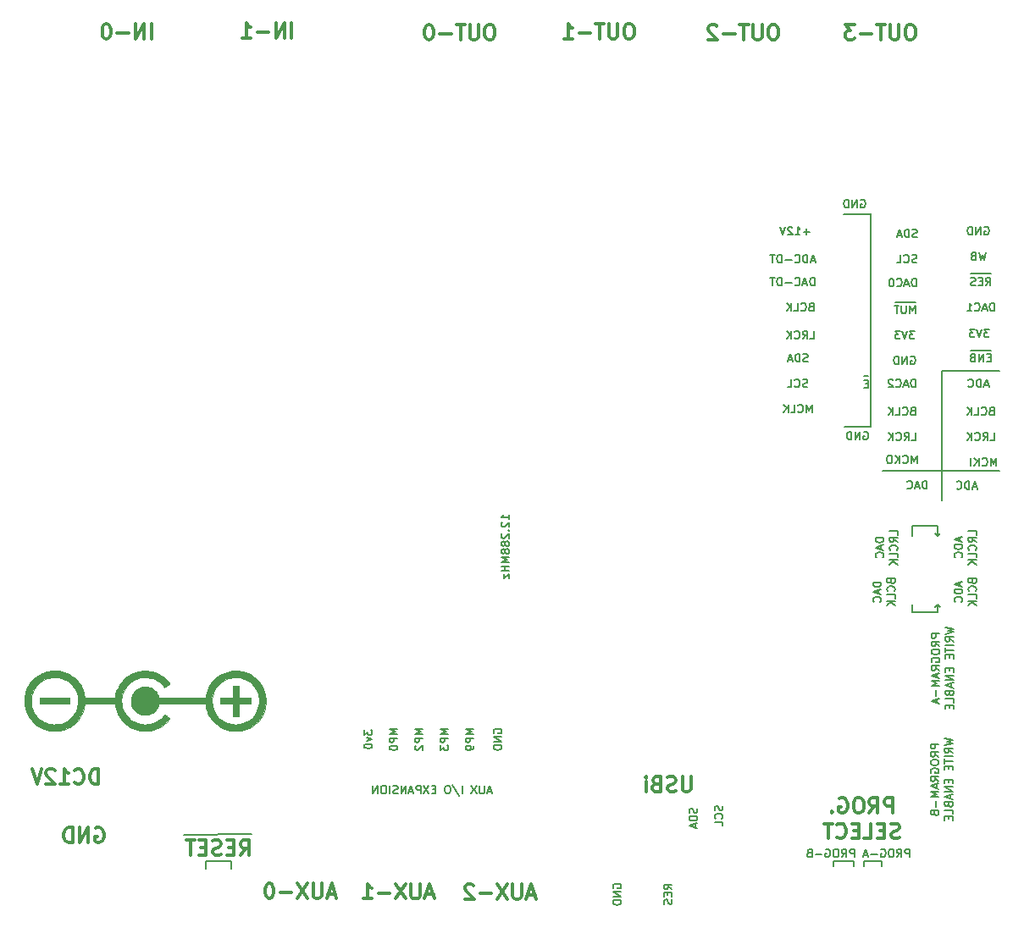
<source format=gbo>
G04 #@! TF.GenerationSoftware,KiCad,Pcbnew,(5.1.0-0)*
G04 #@! TF.CreationDate,2019-04-20T13:38:53+09:00*
G04 #@! TF.ProjectId,FreeDSP_SMD_AB,46726565-4453-4505-9f53-4d445f41422e,rev?*
G04 #@! TF.SameCoordinates,Original*
G04 #@! TF.FileFunction,Legend,Bot*
G04 #@! TF.FilePolarity,Positive*
%FSLAX46Y46*%
G04 Gerber Fmt 4.6, Leading zero omitted, Abs format (unit mm)*
G04 Created by KiCad (PCBNEW (5.1.0-0)) date 2019-04-20 13:38:53*
%MOMM*%
%LPD*%
G04 APERTURE LIST*
%ADD10C,0.300000*%
%ADD11C,0.150000*%
%ADD12C,0.200000*%
%ADD13C,0.010000*%
G04 APERTURE END LIST*
D10*
X112865514Y-111764731D02*
X112865514Y-110264731D01*
X112294085Y-110264731D01*
X112151228Y-110336160D01*
X112079800Y-110407588D01*
X112008371Y-110550445D01*
X112008371Y-110764731D01*
X112079800Y-110907588D01*
X112151228Y-110979017D01*
X112294085Y-111050445D01*
X112865514Y-111050445D01*
X110508371Y-111764731D02*
X111008371Y-111050445D01*
X111365514Y-111764731D02*
X111365514Y-110264731D01*
X110794085Y-110264731D01*
X110651228Y-110336160D01*
X110579800Y-110407588D01*
X110508371Y-110550445D01*
X110508371Y-110764731D01*
X110579800Y-110907588D01*
X110651228Y-110979017D01*
X110794085Y-111050445D01*
X111365514Y-111050445D01*
X109579800Y-110264731D02*
X109294085Y-110264731D01*
X109151228Y-110336160D01*
X109008371Y-110479017D01*
X108936942Y-110764731D01*
X108936942Y-111264731D01*
X109008371Y-111550445D01*
X109151228Y-111693302D01*
X109294085Y-111764731D01*
X109579800Y-111764731D01*
X109722657Y-111693302D01*
X109865514Y-111550445D01*
X109936942Y-111264731D01*
X109936942Y-110764731D01*
X109865514Y-110479017D01*
X109722657Y-110336160D01*
X109579800Y-110264731D01*
X107508371Y-110336160D02*
X107651228Y-110264731D01*
X107865514Y-110264731D01*
X108079800Y-110336160D01*
X108222657Y-110479017D01*
X108294085Y-110621874D01*
X108365514Y-110907588D01*
X108365514Y-111121874D01*
X108294085Y-111407588D01*
X108222657Y-111550445D01*
X108079800Y-111693302D01*
X107865514Y-111764731D01*
X107722657Y-111764731D01*
X107508371Y-111693302D01*
X107436942Y-111621874D01*
X107436942Y-111121874D01*
X107722657Y-111121874D01*
X106794085Y-111621874D02*
X106722657Y-111693302D01*
X106794085Y-111764731D01*
X106865514Y-111693302D01*
X106794085Y-111621874D01*
X106794085Y-111764731D01*
X113544085Y-114243302D02*
X113329800Y-114314731D01*
X112972657Y-114314731D01*
X112829800Y-114243302D01*
X112758371Y-114171874D01*
X112686942Y-114029017D01*
X112686942Y-113886160D01*
X112758371Y-113743302D01*
X112829800Y-113671874D01*
X112972657Y-113600445D01*
X113258371Y-113529017D01*
X113401228Y-113457588D01*
X113472657Y-113386160D01*
X113544085Y-113243302D01*
X113544085Y-113100445D01*
X113472657Y-112957588D01*
X113401228Y-112886160D01*
X113258371Y-112814731D01*
X112901228Y-112814731D01*
X112686942Y-112886160D01*
X112044085Y-113529017D02*
X111544085Y-113529017D01*
X111329800Y-114314731D02*
X112044085Y-114314731D01*
X112044085Y-112814731D01*
X111329800Y-112814731D01*
X109972657Y-114314731D02*
X110686942Y-114314731D01*
X110686942Y-112814731D01*
X109472657Y-113529017D02*
X108972657Y-113529017D01*
X108758371Y-114314731D02*
X109472657Y-114314731D01*
X109472657Y-112814731D01*
X108758371Y-112814731D01*
X107258371Y-114171874D02*
X107329800Y-114243302D01*
X107544085Y-114314731D01*
X107686942Y-114314731D01*
X107901228Y-114243302D01*
X108044085Y-114100445D01*
X108115514Y-113957588D01*
X108186942Y-113671874D01*
X108186942Y-113457588D01*
X108115514Y-113171874D01*
X108044085Y-113029017D01*
X107901228Y-112886160D01*
X107686942Y-112814731D01*
X107544085Y-112814731D01*
X107329800Y-112886160D01*
X107258371Y-112957588D01*
X106829800Y-112814731D02*
X105972657Y-112814731D01*
X106401228Y-114314731D02*
X106401228Y-112814731D01*
D11*
X42004180Y-113925800D02*
X48758040Y-113849600D01*
D12*
X120607020Y-57819740D02*
X122656800Y-57819740D01*
X109972040Y-68101660D02*
X110375900Y-68101660D01*
X110387308Y-68854777D02*
X110120641Y-68854777D01*
X110006356Y-69273824D02*
X110387308Y-69273824D01*
X110387308Y-68473824D01*
X110006356Y-68473824D01*
X109651923Y-50457600D02*
X109728114Y-50419504D01*
X109842400Y-50419504D01*
X109956685Y-50457600D01*
X110032876Y-50533790D01*
X110070971Y-50609980D01*
X110109066Y-50762361D01*
X110109066Y-50876647D01*
X110070971Y-51029028D01*
X110032876Y-51105219D01*
X109956685Y-51181409D01*
X109842400Y-51219504D01*
X109766209Y-51219504D01*
X109651923Y-51181409D01*
X109613828Y-51143314D01*
X109613828Y-50876647D01*
X109766209Y-50876647D01*
X109270971Y-51219504D02*
X109270971Y-50419504D01*
X108813828Y-51219504D01*
X108813828Y-50419504D01*
X108432876Y-51219504D02*
X108432876Y-50419504D01*
X108242400Y-50419504D01*
X108128114Y-50457600D01*
X108051923Y-50533790D01*
X108013828Y-50609980D01*
X107975733Y-50762361D01*
X107975733Y-50876647D01*
X108013828Y-51029028D01*
X108051923Y-51105219D01*
X108128114Y-51181409D01*
X108242400Y-51219504D01*
X108432876Y-51219504D01*
X109956723Y-73647800D02*
X110032914Y-73609704D01*
X110147200Y-73609704D01*
X110261485Y-73647800D01*
X110337676Y-73723990D01*
X110375771Y-73800180D01*
X110413866Y-73952561D01*
X110413866Y-74066847D01*
X110375771Y-74219228D01*
X110337676Y-74295419D01*
X110261485Y-74371609D01*
X110147200Y-74409704D01*
X110071009Y-74409704D01*
X109956723Y-74371609D01*
X109918628Y-74333514D01*
X109918628Y-74066847D01*
X110071009Y-74066847D01*
X109575771Y-74409704D02*
X109575771Y-73609704D01*
X109118628Y-74409704D01*
X109118628Y-73609704D01*
X108737676Y-74409704D02*
X108737676Y-73609704D01*
X108547200Y-73609704D01*
X108432914Y-73647800D01*
X108356723Y-73723990D01*
X108318628Y-73800180D01*
X108280533Y-73952561D01*
X108280533Y-74066847D01*
X108318628Y-74219228D01*
X108356723Y-74295419D01*
X108432914Y-74371609D01*
X108547200Y-74409704D01*
X108737676Y-74409704D01*
X110642600Y-73133400D02*
X108026400Y-73133400D01*
X110642600Y-51822800D02*
X110642600Y-73133400D01*
X107924800Y-51873600D02*
X110642600Y-51873600D01*
X123495000Y-67570800D02*
X117805400Y-67570800D01*
X117805400Y-77527600D02*
X123495000Y-77527600D01*
X111836400Y-77527600D02*
X117805400Y-77527600D01*
X117805400Y-80499400D02*
X117805400Y-67570800D01*
X122478876Y-63398904D02*
X121983638Y-63398904D01*
X122250304Y-63703666D01*
X122136019Y-63703666D01*
X122059828Y-63741761D01*
X122021733Y-63779857D01*
X121983638Y-63856047D01*
X121983638Y-64046523D01*
X122021733Y-64122714D01*
X122059828Y-64160809D01*
X122136019Y-64198904D01*
X122364590Y-64198904D01*
X122440780Y-64160809D01*
X122478876Y-64122714D01*
X121755066Y-63398904D02*
X121488400Y-64198904D01*
X121221733Y-63398904D01*
X121031257Y-63398904D02*
X120536019Y-63398904D01*
X120802685Y-63703666D01*
X120688400Y-63703666D01*
X120612209Y-63741761D01*
X120574114Y-63779857D01*
X120536019Y-63856047D01*
X120536019Y-64046523D01*
X120574114Y-64122714D01*
X120612209Y-64160809D01*
X120688400Y-64198904D01*
X120916971Y-64198904D01*
X120993161Y-64160809D01*
X121031257Y-64122714D01*
X121234276Y-79159533D02*
X120853323Y-79159533D01*
X121310466Y-79388104D02*
X121043800Y-78588104D01*
X120777133Y-79388104D01*
X120510466Y-79388104D02*
X120510466Y-78588104D01*
X120319990Y-78588104D01*
X120205704Y-78626200D01*
X120129514Y-78702390D01*
X120091419Y-78778580D01*
X120053323Y-78930961D01*
X120053323Y-79045247D01*
X120091419Y-79197628D01*
X120129514Y-79273819D01*
X120205704Y-79350009D01*
X120319990Y-79388104D01*
X120510466Y-79388104D01*
X119253323Y-79311914D02*
X119291419Y-79350009D01*
X119405704Y-79388104D01*
X119481895Y-79388104D01*
X119596180Y-79350009D01*
X119672371Y-79273819D01*
X119710466Y-79197628D01*
X119748561Y-79045247D01*
X119748561Y-78930961D01*
X119710466Y-78778580D01*
X119672371Y-78702390D01*
X119596180Y-78626200D01*
X119481895Y-78588104D01*
X119405704Y-78588104D01*
X119291419Y-78626200D01*
X119253323Y-78664295D01*
X116268580Y-79362704D02*
X116268580Y-78562704D01*
X116078104Y-78562704D01*
X115963819Y-78600800D01*
X115887628Y-78676990D01*
X115849533Y-78753180D01*
X115811438Y-78905561D01*
X115811438Y-79019847D01*
X115849533Y-79172228D01*
X115887628Y-79248419D01*
X115963819Y-79324609D01*
X116078104Y-79362704D01*
X116268580Y-79362704D01*
X115506676Y-79134133D02*
X115125723Y-79134133D01*
X115582866Y-79362704D02*
X115316200Y-78562704D01*
X115049533Y-79362704D01*
X114325723Y-79286514D02*
X114363819Y-79324609D01*
X114478104Y-79362704D01*
X114554295Y-79362704D01*
X114668580Y-79324609D01*
X114744771Y-79248419D01*
X114782866Y-79172228D01*
X114820961Y-79019847D01*
X114820961Y-78905561D01*
X114782866Y-78753180D01*
X114744771Y-78676990D01*
X114668580Y-78600800D01*
X114554295Y-78562704D01*
X114478104Y-78562704D01*
X114363819Y-78600800D01*
X114325723Y-78638895D01*
X117348000Y-90932000D02*
X117094000Y-91186000D01*
X117348000Y-90932000D02*
X117602000Y-91186000D01*
X117348000Y-91694000D02*
X117348000Y-90932000D01*
X114808000Y-91694000D02*
X117348000Y-91694000D01*
X114808000Y-90932000D02*
X114808000Y-91694000D01*
X117094000Y-83820000D02*
X117348000Y-84074000D01*
X117348000Y-84074000D02*
X117602000Y-83820000D01*
X117348000Y-83058000D02*
X117348000Y-84074000D01*
X114808000Y-83058000D02*
X117348000Y-83058000D01*
X114808000Y-84074000D02*
X114808000Y-83058000D01*
X111675904Y-88709619D02*
X110875904Y-88709619D01*
X110875904Y-88900095D01*
X110914000Y-89014380D01*
X110990190Y-89090571D01*
X111066380Y-89128666D01*
X111218761Y-89166761D01*
X111333047Y-89166761D01*
X111485428Y-89128666D01*
X111561619Y-89090571D01*
X111637809Y-89014380D01*
X111675904Y-88900095D01*
X111675904Y-88709619D01*
X111447333Y-89471523D02*
X111447333Y-89852476D01*
X111675904Y-89395333D02*
X110875904Y-89662000D01*
X111675904Y-89928666D01*
X111599714Y-90652476D02*
X111637809Y-90614380D01*
X111675904Y-90500095D01*
X111675904Y-90423904D01*
X111637809Y-90309619D01*
X111561619Y-90233428D01*
X111485428Y-90195333D01*
X111333047Y-90157238D01*
X111218761Y-90157238D01*
X111066380Y-90195333D01*
X110990190Y-90233428D01*
X110914000Y-90309619D01*
X110875904Y-90423904D01*
X110875904Y-90500095D01*
X110914000Y-90614380D01*
X110952095Y-90652476D01*
X112656857Y-88595333D02*
X112694952Y-88709619D01*
X112733047Y-88747714D01*
X112809238Y-88785809D01*
X112923523Y-88785809D01*
X112999714Y-88747714D01*
X113037809Y-88709619D01*
X113075904Y-88633428D01*
X113075904Y-88328666D01*
X112275904Y-88328666D01*
X112275904Y-88595333D01*
X112314000Y-88671523D01*
X112352095Y-88709619D01*
X112428285Y-88747714D01*
X112504476Y-88747714D01*
X112580666Y-88709619D01*
X112618761Y-88671523D01*
X112656857Y-88595333D01*
X112656857Y-88328666D01*
X112999714Y-89585809D02*
X113037809Y-89547714D01*
X113075904Y-89433428D01*
X113075904Y-89357238D01*
X113037809Y-89242952D01*
X112961619Y-89166761D01*
X112885428Y-89128666D01*
X112733047Y-89090571D01*
X112618761Y-89090571D01*
X112466380Y-89128666D01*
X112390190Y-89166761D01*
X112314000Y-89242952D01*
X112275904Y-89357238D01*
X112275904Y-89433428D01*
X112314000Y-89547714D01*
X112352095Y-89585809D01*
X113075904Y-90309619D02*
X113075904Y-89928666D01*
X112275904Y-89928666D01*
X113075904Y-90576285D02*
X112275904Y-90576285D01*
X113075904Y-91033428D02*
X112618761Y-90690571D01*
X112275904Y-91033428D02*
X112733047Y-90576285D01*
X111929904Y-84264619D02*
X111129904Y-84264619D01*
X111129904Y-84455095D01*
X111168000Y-84569380D01*
X111244190Y-84645571D01*
X111320380Y-84683666D01*
X111472761Y-84721761D01*
X111587047Y-84721761D01*
X111739428Y-84683666D01*
X111815619Y-84645571D01*
X111891809Y-84569380D01*
X111929904Y-84455095D01*
X111929904Y-84264619D01*
X111701333Y-85026523D02*
X111701333Y-85407476D01*
X111929904Y-84950333D02*
X111129904Y-85217000D01*
X111929904Y-85483666D01*
X111853714Y-86207476D02*
X111891809Y-86169380D01*
X111929904Y-86055095D01*
X111929904Y-85978904D01*
X111891809Y-85864619D01*
X111815619Y-85788428D01*
X111739428Y-85750333D01*
X111587047Y-85712238D01*
X111472761Y-85712238D01*
X111320380Y-85750333D01*
X111244190Y-85788428D01*
X111168000Y-85864619D01*
X111129904Y-85978904D01*
X111129904Y-86055095D01*
X111168000Y-86169380D01*
X111206095Y-86207476D01*
X113329904Y-83940809D02*
X113329904Y-83559857D01*
X112529904Y-83559857D01*
X113329904Y-84664619D02*
X112948952Y-84397952D01*
X113329904Y-84207476D02*
X112529904Y-84207476D01*
X112529904Y-84512238D01*
X112568000Y-84588428D01*
X112606095Y-84626523D01*
X112682285Y-84664619D01*
X112796571Y-84664619D01*
X112872761Y-84626523D01*
X112910857Y-84588428D01*
X112948952Y-84512238D01*
X112948952Y-84207476D01*
X113253714Y-85464619D02*
X113291809Y-85426523D01*
X113329904Y-85312238D01*
X113329904Y-85236047D01*
X113291809Y-85121761D01*
X113215619Y-85045571D01*
X113139428Y-85007476D01*
X112987047Y-84969380D01*
X112872761Y-84969380D01*
X112720380Y-85007476D01*
X112644190Y-85045571D01*
X112568000Y-85121761D01*
X112529904Y-85236047D01*
X112529904Y-85312238D01*
X112568000Y-85426523D01*
X112606095Y-85464619D01*
X113329904Y-86188428D02*
X113329904Y-85807476D01*
X112529904Y-85807476D01*
X113329904Y-86455095D02*
X112529904Y-86455095D01*
X113329904Y-86912238D02*
X112872761Y-86569380D01*
X112529904Y-86912238D02*
X112987047Y-86455095D01*
X123177142Y-77069904D02*
X123177142Y-76269904D01*
X122910476Y-76841333D01*
X122643809Y-76269904D01*
X122643809Y-77069904D01*
X121805714Y-76993714D02*
X121843809Y-77031809D01*
X121958095Y-77069904D01*
X122034285Y-77069904D01*
X122148571Y-77031809D01*
X122224761Y-76955619D01*
X122262857Y-76879428D01*
X122300952Y-76727047D01*
X122300952Y-76612761D01*
X122262857Y-76460380D01*
X122224761Y-76384190D01*
X122148571Y-76308000D01*
X122034285Y-76269904D01*
X121958095Y-76269904D01*
X121843809Y-76308000D01*
X121805714Y-76346095D01*
X121462857Y-77069904D02*
X121462857Y-76269904D01*
X121005714Y-77069904D02*
X121348571Y-76612761D01*
X121005714Y-76269904D02*
X121462857Y-76727047D01*
X120662857Y-77069904D02*
X120662857Y-76269904D01*
X122618380Y-74529904D02*
X122999333Y-74529904D01*
X122999333Y-73729904D01*
X121894571Y-74529904D02*
X122161238Y-74148952D01*
X122351714Y-74529904D02*
X122351714Y-73729904D01*
X122046952Y-73729904D01*
X121970761Y-73768000D01*
X121932666Y-73806095D01*
X121894571Y-73882285D01*
X121894571Y-73996571D01*
X121932666Y-74072761D01*
X121970761Y-74110857D01*
X122046952Y-74148952D01*
X122351714Y-74148952D01*
X121094571Y-74453714D02*
X121132666Y-74491809D01*
X121246952Y-74529904D01*
X121323142Y-74529904D01*
X121437428Y-74491809D01*
X121513619Y-74415619D01*
X121551714Y-74339428D01*
X121589809Y-74187047D01*
X121589809Y-74072761D01*
X121551714Y-73920380D01*
X121513619Y-73844190D01*
X121437428Y-73768000D01*
X121323142Y-73729904D01*
X121246952Y-73729904D01*
X121132666Y-73768000D01*
X121094571Y-73806095D01*
X120751714Y-74529904D02*
X120751714Y-73729904D01*
X120294571Y-74529904D02*
X120637428Y-74072761D01*
X120294571Y-73729904D02*
X120751714Y-74187047D01*
X122732666Y-71570857D02*
X122618380Y-71608952D01*
X122580285Y-71647047D01*
X122542190Y-71723238D01*
X122542190Y-71837523D01*
X122580285Y-71913714D01*
X122618380Y-71951809D01*
X122694571Y-71989904D01*
X122999333Y-71989904D01*
X122999333Y-71189904D01*
X122732666Y-71189904D01*
X122656476Y-71228000D01*
X122618380Y-71266095D01*
X122580285Y-71342285D01*
X122580285Y-71418476D01*
X122618380Y-71494666D01*
X122656476Y-71532761D01*
X122732666Y-71570857D01*
X122999333Y-71570857D01*
X121742190Y-71913714D02*
X121780285Y-71951809D01*
X121894571Y-71989904D01*
X121970761Y-71989904D01*
X122085047Y-71951809D01*
X122161238Y-71875619D01*
X122199333Y-71799428D01*
X122237428Y-71647047D01*
X122237428Y-71532761D01*
X122199333Y-71380380D01*
X122161238Y-71304190D01*
X122085047Y-71228000D01*
X121970761Y-71189904D01*
X121894571Y-71189904D01*
X121780285Y-71228000D01*
X121742190Y-71266095D01*
X121018380Y-71989904D02*
X121399333Y-71989904D01*
X121399333Y-71189904D01*
X120751714Y-71989904D02*
X120751714Y-71189904D01*
X120294571Y-71989904D02*
X120637428Y-71532761D01*
X120294571Y-71189904D02*
X120751714Y-71647047D01*
X115128040Y-60690760D02*
X113096040Y-60690760D01*
X122682000Y-65532000D02*
X120650000Y-65532000D01*
X122656476Y-66236857D02*
X122389809Y-66236857D01*
X122275523Y-66655904D02*
X122656476Y-66655904D01*
X122656476Y-65855904D01*
X122275523Y-65855904D01*
X121932666Y-66655904D02*
X121932666Y-65855904D01*
X121475523Y-66655904D01*
X121475523Y-65855904D01*
X120827904Y-66236857D02*
X120713619Y-66274952D01*
X120675523Y-66313047D01*
X120637428Y-66389238D01*
X120637428Y-66503523D01*
X120675523Y-66579714D01*
X120713619Y-66617809D01*
X120789809Y-66655904D01*
X121094571Y-66655904D01*
X121094571Y-65855904D01*
X120827904Y-65855904D01*
X120751714Y-65894000D01*
X120713619Y-65932095D01*
X120675523Y-66008285D01*
X120675523Y-66084476D01*
X120713619Y-66160666D01*
X120751714Y-66198761D01*
X120827904Y-66236857D01*
X121094571Y-66236857D01*
X122999333Y-61575904D02*
X122999333Y-60775904D01*
X122808857Y-60775904D01*
X122694571Y-60814000D01*
X122618380Y-60890190D01*
X122580285Y-60966380D01*
X122542190Y-61118761D01*
X122542190Y-61233047D01*
X122580285Y-61385428D01*
X122618380Y-61461619D01*
X122694571Y-61537809D01*
X122808857Y-61575904D01*
X122999333Y-61575904D01*
X122237428Y-61347333D02*
X121856476Y-61347333D01*
X122313619Y-61575904D02*
X122046952Y-60775904D01*
X121780285Y-61575904D01*
X121056476Y-61499714D02*
X121094571Y-61537809D01*
X121208857Y-61575904D01*
X121285047Y-61575904D01*
X121399333Y-61537809D01*
X121475523Y-61461619D01*
X121513619Y-61385428D01*
X121551714Y-61233047D01*
X121551714Y-61118761D01*
X121513619Y-60966380D01*
X121475523Y-60890190D01*
X121399333Y-60814000D01*
X121285047Y-60775904D01*
X121208857Y-60775904D01*
X121094571Y-60814000D01*
X121056476Y-60852095D01*
X120294571Y-61575904D02*
X120751714Y-61575904D01*
X120523142Y-61575904D02*
X120523142Y-60775904D01*
X120599333Y-60890190D01*
X120675523Y-60966380D01*
X120751714Y-61004476D01*
X115191573Y-59123984D02*
X115191573Y-58323984D01*
X115001097Y-58323984D01*
X114886811Y-58362080D01*
X114810620Y-58438270D01*
X114772525Y-58514460D01*
X114734430Y-58666841D01*
X114734430Y-58781127D01*
X114772525Y-58933508D01*
X114810620Y-59009699D01*
X114886811Y-59085889D01*
X115001097Y-59123984D01*
X115191573Y-59123984D01*
X114429668Y-58895413D02*
X114048716Y-58895413D01*
X114505859Y-59123984D02*
X114239192Y-58323984D01*
X113972525Y-59123984D01*
X113248716Y-59047794D02*
X113286811Y-59085889D01*
X113401097Y-59123984D01*
X113477287Y-59123984D01*
X113591573Y-59085889D01*
X113667763Y-59009699D01*
X113705859Y-58933508D01*
X113743954Y-58781127D01*
X113743954Y-58666841D01*
X113705859Y-58514460D01*
X113667763Y-58438270D01*
X113591573Y-58362080D01*
X113477287Y-58323984D01*
X113401097Y-58323984D01*
X113286811Y-58362080D01*
X113248716Y-58400175D01*
X112753478Y-58323984D02*
X112677287Y-58323984D01*
X112601097Y-58362080D01*
X112563001Y-58400175D01*
X112524906Y-58476365D01*
X112486811Y-58628746D01*
X112486811Y-58819222D01*
X112524906Y-58971603D01*
X112563001Y-59047794D01*
X112601097Y-59085889D01*
X112677287Y-59123984D01*
X112753478Y-59123984D01*
X112829668Y-59085889D01*
X112867763Y-59047794D01*
X112905859Y-58971603D01*
X112943954Y-58819222D01*
X112943954Y-58628746D01*
X112905859Y-58476365D01*
X112867763Y-58400175D01*
X112829668Y-58362080D01*
X112753478Y-58323984D01*
X122402476Y-68967333D02*
X122021523Y-68967333D01*
X122478666Y-69195904D02*
X122212000Y-68395904D01*
X121945333Y-69195904D01*
X121678666Y-69195904D02*
X121678666Y-68395904D01*
X121488190Y-68395904D01*
X121373904Y-68434000D01*
X121297714Y-68510190D01*
X121259619Y-68586380D01*
X121221523Y-68738761D01*
X121221523Y-68853047D01*
X121259619Y-69005428D01*
X121297714Y-69081619D01*
X121373904Y-69157809D01*
X121488190Y-69195904D01*
X121678666Y-69195904D01*
X120421523Y-69119714D02*
X120459619Y-69157809D01*
X120573904Y-69195904D01*
X120650095Y-69195904D01*
X120764380Y-69157809D01*
X120840571Y-69081619D01*
X120878666Y-69005428D01*
X120916761Y-68853047D01*
X120916761Y-68738761D01*
X120878666Y-68586380D01*
X120840571Y-68510190D01*
X120764380Y-68434000D01*
X120650095Y-68395904D01*
X120573904Y-68395904D01*
X120459619Y-68434000D01*
X120421523Y-68472095D01*
X122154857Y-55695904D02*
X121964380Y-56495904D01*
X121812000Y-55924476D01*
X121659619Y-56495904D01*
X121469142Y-55695904D01*
X120897714Y-56076857D02*
X120783428Y-56114952D01*
X120745333Y-56153047D01*
X120707238Y-56229238D01*
X120707238Y-56343523D01*
X120745333Y-56419714D01*
X120783428Y-56457809D01*
X120859619Y-56495904D01*
X121164380Y-56495904D01*
X121164380Y-55695904D01*
X120897714Y-55695904D01*
X120821523Y-55734000D01*
X120783428Y-55772095D01*
X120745333Y-55848285D01*
X120745333Y-55924476D01*
X120783428Y-56000666D01*
X120821523Y-56038761D01*
X120897714Y-56076857D01*
X121164380Y-56076857D01*
X122021523Y-53194000D02*
X122097714Y-53155904D01*
X122212000Y-53155904D01*
X122326285Y-53194000D01*
X122402476Y-53270190D01*
X122440571Y-53346380D01*
X122478666Y-53498761D01*
X122478666Y-53613047D01*
X122440571Y-53765428D01*
X122402476Y-53841619D01*
X122326285Y-53917809D01*
X122212000Y-53955904D01*
X122135809Y-53955904D01*
X122021523Y-53917809D01*
X121983428Y-53879714D01*
X121983428Y-53613047D01*
X122135809Y-53613047D01*
X121640571Y-53955904D02*
X121640571Y-53155904D01*
X121183428Y-53955904D01*
X121183428Y-53155904D01*
X120802476Y-53955904D02*
X120802476Y-53155904D01*
X120612000Y-53155904D01*
X120497714Y-53194000D01*
X120421523Y-53270190D01*
X120383428Y-53346380D01*
X120345333Y-53498761D01*
X120345333Y-53613047D01*
X120383428Y-53765428D01*
X120421523Y-53841619D01*
X120497714Y-53917809D01*
X120612000Y-53955904D01*
X120802476Y-53955904D01*
X122161238Y-59035904D02*
X122427904Y-58654952D01*
X122618380Y-59035904D02*
X122618380Y-58235904D01*
X122313619Y-58235904D01*
X122237428Y-58274000D01*
X122199333Y-58312095D01*
X122161238Y-58388285D01*
X122161238Y-58502571D01*
X122199333Y-58578761D01*
X122237428Y-58616857D01*
X122313619Y-58654952D01*
X122618380Y-58654952D01*
X121818380Y-58616857D02*
X121551714Y-58616857D01*
X121437428Y-59035904D02*
X121818380Y-59035904D01*
X121818380Y-58235904D01*
X121437428Y-58235904D01*
X121132666Y-58997809D02*
X121018380Y-59035904D01*
X120827904Y-59035904D01*
X120751714Y-58997809D01*
X120713619Y-58959714D01*
X120675523Y-58883523D01*
X120675523Y-58807333D01*
X120713619Y-58731142D01*
X120751714Y-58693047D01*
X120827904Y-58654952D01*
X120980285Y-58616857D01*
X121056476Y-58578761D01*
X121094571Y-58540666D01*
X121132666Y-58464476D01*
X121132666Y-58388285D01*
X121094571Y-58312095D01*
X121056476Y-58274000D01*
X120980285Y-58235904D01*
X120789809Y-58235904D01*
X120675523Y-58274000D01*
X115102516Y-61814664D02*
X115102516Y-61014664D01*
X114835849Y-61586093D01*
X114569182Y-61014664D01*
X114569182Y-61814664D01*
X114188230Y-61014664D02*
X114188230Y-61662283D01*
X114150135Y-61738474D01*
X114112040Y-61776569D01*
X114035849Y-61814664D01*
X113883468Y-61814664D01*
X113807278Y-61776569D01*
X113769182Y-61738474D01*
X113731087Y-61662283D01*
X113731087Y-61014664D01*
X113464420Y-61014664D02*
X113007278Y-61014664D01*
X113235849Y-61814664D02*
X113235849Y-61014664D01*
X115277714Y-76815904D02*
X115277714Y-76015904D01*
X115011047Y-76587333D01*
X114744380Y-76015904D01*
X114744380Y-76815904D01*
X113906285Y-76739714D02*
X113944380Y-76777809D01*
X114058666Y-76815904D01*
X114134857Y-76815904D01*
X114249142Y-76777809D01*
X114325333Y-76701619D01*
X114363428Y-76625428D01*
X114401523Y-76473047D01*
X114401523Y-76358761D01*
X114363428Y-76206380D01*
X114325333Y-76130190D01*
X114249142Y-76054000D01*
X114134857Y-76015904D01*
X114058666Y-76015904D01*
X113944380Y-76054000D01*
X113906285Y-76092095D01*
X113563428Y-76815904D02*
X113563428Y-76015904D01*
X113106285Y-76815904D02*
X113449142Y-76358761D01*
X113106285Y-76015904D02*
X113563428Y-76473047D01*
X112611047Y-76015904D02*
X112458666Y-76015904D01*
X112382476Y-76054000D01*
X112306285Y-76130190D01*
X112268190Y-76282571D01*
X112268190Y-76549238D01*
X112306285Y-76701619D01*
X112382476Y-76777809D01*
X112458666Y-76815904D01*
X112611047Y-76815904D01*
X112687238Y-76777809D01*
X112763428Y-76701619D01*
X112801523Y-76549238D01*
X112801523Y-76282571D01*
X112763428Y-76130190D01*
X112687238Y-76054000D01*
X112611047Y-76015904D01*
X114744380Y-74529904D02*
X115125333Y-74529904D01*
X115125333Y-73729904D01*
X114020571Y-74529904D02*
X114287238Y-74148952D01*
X114477714Y-74529904D02*
X114477714Y-73729904D01*
X114172952Y-73729904D01*
X114096761Y-73768000D01*
X114058666Y-73806095D01*
X114020571Y-73882285D01*
X114020571Y-73996571D01*
X114058666Y-74072761D01*
X114096761Y-74110857D01*
X114172952Y-74148952D01*
X114477714Y-74148952D01*
X113220571Y-74453714D02*
X113258666Y-74491809D01*
X113372952Y-74529904D01*
X113449142Y-74529904D01*
X113563428Y-74491809D01*
X113639619Y-74415619D01*
X113677714Y-74339428D01*
X113715809Y-74187047D01*
X113715809Y-74072761D01*
X113677714Y-73920380D01*
X113639619Y-73844190D01*
X113563428Y-73768000D01*
X113449142Y-73729904D01*
X113372952Y-73729904D01*
X113258666Y-73768000D01*
X113220571Y-73806095D01*
X112877714Y-74529904D02*
X112877714Y-73729904D01*
X112420571Y-74529904D02*
X112763428Y-74072761D01*
X112420571Y-73729904D02*
X112877714Y-74187047D01*
X114858666Y-71570857D02*
X114744380Y-71608952D01*
X114706285Y-71647047D01*
X114668190Y-71723238D01*
X114668190Y-71837523D01*
X114706285Y-71913714D01*
X114744380Y-71951809D01*
X114820571Y-71989904D01*
X115125333Y-71989904D01*
X115125333Y-71189904D01*
X114858666Y-71189904D01*
X114782476Y-71228000D01*
X114744380Y-71266095D01*
X114706285Y-71342285D01*
X114706285Y-71418476D01*
X114744380Y-71494666D01*
X114782476Y-71532761D01*
X114858666Y-71570857D01*
X115125333Y-71570857D01*
X113868190Y-71913714D02*
X113906285Y-71951809D01*
X114020571Y-71989904D01*
X114096761Y-71989904D01*
X114211047Y-71951809D01*
X114287238Y-71875619D01*
X114325333Y-71799428D01*
X114363428Y-71647047D01*
X114363428Y-71532761D01*
X114325333Y-71380380D01*
X114287238Y-71304190D01*
X114211047Y-71228000D01*
X114096761Y-71189904D01*
X114020571Y-71189904D01*
X113906285Y-71228000D01*
X113868190Y-71266095D01*
X113144380Y-71989904D02*
X113525333Y-71989904D01*
X113525333Y-71189904D01*
X112877714Y-71989904D02*
X112877714Y-71189904D01*
X112420571Y-71989904D02*
X112763428Y-71532761D01*
X112420571Y-71189904D02*
X112877714Y-71647047D01*
X115125333Y-69195904D02*
X115125333Y-68395904D01*
X114934857Y-68395904D01*
X114820571Y-68434000D01*
X114744380Y-68510190D01*
X114706285Y-68586380D01*
X114668190Y-68738761D01*
X114668190Y-68853047D01*
X114706285Y-69005428D01*
X114744380Y-69081619D01*
X114820571Y-69157809D01*
X114934857Y-69195904D01*
X115125333Y-69195904D01*
X114363428Y-68967333D02*
X113982476Y-68967333D01*
X114439619Y-69195904D02*
X114172952Y-68395904D01*
X113906285Y-69195904D01*
X113182476Y-69119714D02*
X113220571Y-69157809D01*
X113334857Y-69195904D01*
X113411047Y-69195904D01*
X113525333Y-69157809D01*
X113601523Y-69081619D01*
X113639619Y-69005428D01*
X113677714Y-68853047D01*
X113677714Y-68738761D01*
X113639619Y-68586380D01*
X113601523Y-68510190D01*
X113525333Y-68434000D01*
X113411047Y-68395904D01*
X113334857Y-68395904D01*
X113220571Y-68434000D01*
X113182476Y-68472095D01*
X112877714Y-68472095D02*
X112839619Y-68434000D01*
X112763428Y-68395904D01*
X112572952Y-68395904D01*
X112496761Y-68434000D01*
X112458666Y-68472095D01*
X112420571Y-68548285D01*
X112420571Y-68624476D01*
X112458666Y-68738761D01*
X112915809Y-69195904D01*
X112420571Y-69195904D01*
X114655523Y-66148000D02*
X114731714Y-66109904D01*
X114846000Y-66109904D01*
X114960285Y-66148000D01*
X115036476Y-66224190D01*
X115074571Y-66300380D01*
X115112666Y-66452761D01*
X115112666Y-66567047D01*
X115074571Y-66719428D01*
X115036476Y-66795619D01*
X114960285Y-66871809D01*
X114846000Y-66909904D01*
X114769809Y-66909904D01*
X114655523Y-66871809D01*
X114617428Y-66833714D01*
X114617428Y-66567047D01*
X114769809Y-66567047D01*
X114274571Y-66909904D02*
X114274571Y-66109904D01*
X113817428Y-66909904D01*
X113817428Y-66109904D01*
X113436476Y-66909904D02*
X113436476Y-66109904D01*
X113246000Y-66109904D01*
X113131714Y-66148000D01*
X113055523Y-66224190D01*
X113017428Y-66300380D01*
X112979333Y-66452761D01*
X112979333Y-66567047D01*
X113017428Y-66719428D01*
X113055523Y-66795619D01*
X113131714Y-66871809D01*
X113246000Y-66909904D01*
X113436476Y-66909904D01*
X115036476Y-63569904D02*
X114541238Y-63569904D01*
X114807904Y-63874666D01*
X114693619Y-63874666D01*
X114617428Y-63912761D01*
X114579333Y-63950857D01*
X114541238Y-64027047D01*
X114541238Y-64217523D01*
X114579333Y-64293714D01*
X114617428Y-64331809D01*
X114693619Y-64369904D01*
X114922190Y-64369904D01*
X114998380Y-64331809D01*
X115036476Y-64293714D01*
X114312666Y-63569904D02*
X114046000Y-64369904D01*
X113779333Y-63569904D01*
X113588857Y-63569904D02*
X113093619Y-63569904D01*
X113360285Y-63874666D01*
X113246000Y-63874666D01*
X113169809Y-63912761D01*
X113131714Y-63950857D01*
X113093619Y-64027047D01*
X113093619Y-64217523D01*
X113131714Y-64293714D01*
X113169809Y-64331809D01*
X113246000Y-64369904D01*
X113474571Y-64369904D01*
X113550761Y-64331809D01*
X113588857Y-64293714D01*
X115252380Y-56711809D02*
X115138095Y-56749904D01*
X114947619Y-56749904D01*
X114871428Y-56711809D01*
X114833333Y-56673714D01*
X114795238Y-56597523D01*
X114795238Y-56521333D01*
X114833333Y-56445142D01*
X114871428Y-56407047D01*
X114947619Y-56368952D01*
X115100000Y-56330857D01*
X115176190Y-56292761D01*
X115214285Y-56254666D01*
X115252380Y-56178476D01*
X115252380Y-56102285D01*
X115214285Y-56026095D01*
X115176190Y-55988000D01*
X115100000Y-55949904D01*
X114909523Y-55949904D01*
X114795238Y-55988000D01*
X113995238Y-56673714D02*
X114033333Y-56711809D01*
X114147619Y-56749904D01*
X114223809Y-56749904D01*
X114338095Y-56711809D01*
X114414285Y-56635619D01*
X114452380Y-56559428D01*
X114490476Y-56407047D01*
X114490476Y-56292761D01*
X114452380Y-56140380D01*
X114414285Y-56064190D01*
X114338095Y-55988000D01*
X114223809Y-55949904D01*
X114147619Y-55949904D01*
X114033333Y-55988000D01*
X113995238Y-56026095D01*
X113271428Y-56749904D02*
X113652380Y-56749904D01*
X113652380Y-55949904D01*
X115271428Y-54171809D02*
X115157142Y-54209904D01*
X114966666Y-54209904D01*
X114890476Y-54171809D01*
X114852380Y-54133714D01*
X114814285Y-54057523D01*
X114814285Y-53981333D01*
X114852380Y-53905142D01*
X114890476Y-53867047D01*
X114966666Y-53828952D01*
X115119047Y-53790857D01*
X115195238Y-53752761D01*
X115233333Y-53714666D01*
X115271428Y-53638476D01*
X115271428Y-53562285D01*
X115233333Y-53486095D01*
X115195238Y-53448000D01*
X115119047Y-53409904D01*
X114928571Y-53409904D01*
X114814285Y-53448000D01*
X114471428Y-54209904D02*
X114471428Y-53409904D01*
X114280952Y-53409904D01*
X114166666Y-53448000D01*
X114090476Y-53524190D01*
X114052380Y-53600380D01*
X114014285Y-53752761D01*
X114014285Y-53867047D01*
X114052380Y-54019428D01*
X114090476Y-54095619D01*
X114166666Y-54171809D01*
X114280952Y-54209904D01*
X114471428Y-54209904D01*
X113709523Y-53981333D02*
X113328571Y-53981333D01*
X113785714Y-54209904D02*
X113519047Y-53409904D01*
X113252380Y-54209904D01*
X104768476Y-71735904D02*
X104768476Y-70935904D01*
X104501809Y-71507333D01*
X104235142Y-70935904D01*
X104235142Y-71735904D01*
X103397047Y-71659714D02*
X103435142Y-71697809D01*
X103549428Y-71735904D01*
X103625619Y-71735904D01*
X103739904Y-71697809D01*
X103816095Y-71621619D01*
X103854190Y-71545428D01*
X103892285Y-71393047D01*
X103892285Y-71278761D01*
X103854190Y-71126380D01*
X103816095Y-71050190D01*
X103739904Y-70974000D01*
X103625619Y-70935904D01*
X103549428Y-70935904D01*
X103435142Y-70974000D01*
X103397047Y-71012095D01*
X102673238Y-71735904D02*
X103054190Y-71735904D01*
X103054190Y-70935904D01*
X102406571Y-71735904D02*
X102406571Y-70935904D01*
X101949428Y-71735904D02*
X102292285Y-71278761D01*
X101949428Y-70935904D02*
X102406571Y-71393047D01*
X105060476Y-56521333D02*
X104679523Y-56521333D01*
X105136666Y-56749904D02*
X104870000Y-55949904D01*
X104603333Y-56749904D01*
X104336666Y-56749904D02*
X104336666Y-55949904D01*
X104146190Y-55949904D01*
X104031904Y-55988000D01*
X103955714Y-56064190D01*
X103917619Y-56140380D01*
X103879523Y-56292761D01*
X103879523Y-56407047D01*
X103917619Y-56559428D01*
X103955714Y-56635619D01*
X104031904Y-56711809D01*
X104146190Y-56749904D01*
X104336666Y-56749904D01*
X103079523Y-56673714D02*
X103117619Y-56711809D01*
X103231904Y-56749904D01*
X103308095Y-56749904D01*
X103422380Y-56711809D01*
X103498571Y-56635619D01*
X103536666Y-56559428D01*
X103574761Y-56407047D01*
X103574761Y-56292761D01*
X103536666Y-56140380D01*
X103498571Y-56064190D01*
X103422380Y-55988000D01*
X103308095Y-55949904D01*
X103231904Y-55949904D01*
X103117619Y-55988000D01*
X103079523Y-56026095D01*
X102736666Y-56445142D02*
X102127142Y-56445142D01*
X101746190Y-56749904D02*
X101746190Y-55949904D01*
X101555714Y-55949904D01*
X101441428Y-55988000D01*
X101365238Y-56064190D01*
X101327142Y-56140380D01*
X101289047Y-56292761D01*
X101289047Y-56407047D01*
X101327142Y-56559428D01*
X101365238Y-56635619D01*
X101441428Y-56711809D01*
X101555714Y-56749904D01*
X101746190Y-56749904D01*
X101060476Y-55949904D02*
X100603333Y-55949904D01*
X100831904Y-56749904D02*
X100831904Y-55949904D01*
X104533523Y-53651142D02*
X103924000Y-53651142D01*
X104228761Y-53955904D02*
X104228761Y-53346380D01*
X103124000Y-53955904D02*
X103581142Y-53955904D01*
X103352571Y-53955904D02*
X103352571Y-53155904D01*
X103428761Y-53270190D01*
X103504952Y-53346380D01*
X103581142Y-53384476D01*
X102819238Y-53232095D02*
X102781142Y-53194000D01*
X102704952Y-53155904D01*
X102514476Y-53155904D01*
X102438285Y-53194000D01*
X102400190Y-53232095D01*
X102362095Y-53308285D01*
X102362095Y-53384476D01*
X102400190Y-53498761D01*
X102857333Y-53955904D01*
X102362095Y-53955904D01*
X102133523Y-53155904D02*
X101866857Y-53955904D01*
X101600190Y-53155904D01*
X105022380Y-59035904D02*
X105022380Y-58235904D01*
X104831904Y-58235904D01*
X104717619Y-58274000D01*
X104641428Y-58350190D01*
X104603333Y-58426380D01*
X104565238Y-58578761D01*
X104565238Y-58693047D01*
X104603333Y-58845428D01*
X104641428Y-58921619D01*
X104717619Y-58997809D01*
X104831904Y-59035904D01*
X105022380Y-59035904D01*
X104260476Y-58807333D02*
X103879523Y-58807333D01*
X104336666Y-59035904D02*
X104070000Y-58235904D01*
X103803333Y-59035904D01*
X103079523Y-58959714D02*
X103117619Y-58997809D01*
X103231904Y-59035904D01*
X103308095Y-59035904D01*
X103422380Y-58997809D01*
X103498571Y-58921619D01*
X103536666Y-58845428D01*
X103574761Y-58693047D01*
X103574761Y-58578761D01*
X103536666Y-58426380D01*
X103498571Y-58350190D01*
X103422380Y-58274000D01*
X103308095Y-58235904D01*
X103231904Y-58235904D01*
X103117619Y-58274000D01*
X103079523Y-58312095D01*
X102736666Y-58731142D02*
X102127142Y-58731142D01*
X101746190Y-59035904D02*
X101746190Y-58235904D01*
X101555714Y-58235904D01*
X101441428Y-58274000D01*
X101365238Y-58350190D01*
X101327142Y-58426380D01*
X101289047Y-58578761D01*
X101289047Y-58693047D01*
X101327142Y-58845428D01*
X101365238Y-58921619D01*
X101441428Y-58997809D01*
X101555714Y-59035904D01*
X101746190Y-59035904D01*
X101060476Y-58235904D02*
X100603333Y-58235904D01*
X100831904Y-59035904D02*
X100831904Y-58235904D01*
X104698666Y-61156857D02*
X104584380Y-61194952D01*
X104546285Y-61233047D01*
X104508190Y-61309238D01*
X104508190Y-61423523D01*
X104546285Y-61499714D01*
X104584380Y-61537809D01*
X104660571Y-61575904D01*
X104965333Y-61575904D01*
X104965333Y-60775904D01*
X104698666Y-60775904D01*
X104622476Y-60814000D01*
X104584380Y-60852095D01*
X104546285Y-60928285D01*
X104546285Y-61004476D01*
X104584380Y-61080666D01*
X104622476Y-61118761D01*
X104698666Y-61156857D01*
X104965333Y-61156857D01*
X103708190Y-61499714D02*
X103746285Y-61537809D01*
X103860571Y-61575904D01*
X103936761Y-61575904D01*
X104051047Y-61537809D01*
X104127238Y-61461619D01*
X104165333Y-61385428D01*
X104203428Y-61233047D01*
X104203428Y-61118761D01*
X104165333Y-60966380D01*
X104127238Y-60890190D01*
X104051047Y-60814000D01*
X103936761Y-60775904D01*
X103860571Y-60775904D01*
X103746285Y-60814000D01*
X103708190Y-60852095D01*
X102984380Y-61575904D02*
X103365333Y-61575904D01*
X103365333Y-60775904D01*
X102717714Y-61575904D02*
X102717714Y-60775904D01*
X102260571Y-61575904D02*
X102603428Y-61118761D01*
X102260571Y-60775904D02*
X102717714Y-61233047D01*
X104584380Y-64369904D02*
X104965333Y-64369904D01*
X104965333Y-63569904D01*
X103860571Y-64369904D02*
X104127238Y-63988952D01*
X104317714Y-64369904D02*
X104317714Y-63569904D01*
X104012952Y-63569904D01*
X103936761Y-63608000D01*
X103898666Y-63646095D01*
X103860571Y-63722285D01*
X103860571Y-63836571D01*
X103898666Y-63912761D01*
X103936761Y-63950857D01*
X104012952Y-63988952D01*
X104317714Y-63988952D01*
X103060571Y-64293714D02*
X103098666Y-64331809D01*
X103212952Y-64369904D01*
X103289142Y-64369904D01*
X103403428Y-64331809D01*
X103479619Y-64255619D01*
X103517714Y-64179428D01*
X103555809Y-64027047D01*
X103555809Y-63912761D01*
X103517714Y-63760380D01*
X103479619Y-63684190D01*
X103403428Y-63608000D01*
X103289142Y-63569904D01*
X103212952Y-63569904D01*
X103098666Y-63608000D01*
X103060571Y-63646095D01*
X102717714Y-64369904D02*
X102717714Y-63569904D01*
X102260571Y-64369904D02*
X102603428Y-63912761D01*
X102260571Y-63569904D02*
X102717714Y-64027047D01*
X104349428Y-66617809D02*
X104235142Y-66655904D01*
X104044666Y-66655904D01*
X103968476Y-66617809D01*
X103930380Y-66579714D01*
X103892285Y-66503523D01*
X103892285Y-66427333D01*
X103930380Y-66351142D01*
X103968476Y-66313047D01*
X104044666Y-66274952D01*
X104197047Y-66236857D01*
X104273238Y-66198761D01*
X104311333Y-66160666D01*
X104349428Y-66084476D01*
X104349428Y-66008285D01*
X104311333Y-65932095D01*
X104273238Y-65894000D01*
X104197047Y-65855904D01*
X104006571Y-65855904D01*
X103892285Y-65894000D01*
X103549428Y-66655904D02*
X103549428Y-65855904D01*
X103358952Y-65855904D01*
X103244666Y-65894000D01*
X103168476Y-65970190D01*
X103130380Y-66046380D01*
X103092285Y-66198761D01*
X103092285Y-66313047D01*
X103130380Y-66465428D01*
X103168476Y-66541619D01*
X103244666Y-66617809D01*
X103358952Y-66655904D01*
X103549428Y-66655904D01*
X102787523Y-66427333D02*
X102406571Y-66427333D01*
X102863714Y-66655904D02*
X102597047Y-65855904D01*
X102330380Y-66655904D01*
X104330380Y-69157809D02*
X104216095Y-69195904D01*
X104025619Y-69195904D01*
X103949428Y-69157809D01*
X103911333Y-69119714D01*
X103873238Y-69043523D01*
X103873238Y-68967333D01*
X103911333Y-68891142D01*
X103949428Y-68853047D01*
X104025619Y-68814952D01*
X104178000Y-68776857D01*
X104254190Y-68738761D01*
X104292285Y-68700666D01*
X104330380Y-68624476D01*
X104330380Y-68548285D01*
X104292285Y-68472095D01*
X104254190Y-68434000D01*
X104178000Y-68395904D01*
X103987523Y-68395904D01*
X103873238Y-68434000D01*
X103073238Y-69119714D02*
X103111333Y-69157809D01*
X103225619Y-69195904D01*
X103301809Y-69195904D01*
X103416095Y-69157809D01*
X103492285Y-69081619D01*
X103530380Y-69005428D01*
X103568476Y-68853047D01*
X103568476Y-68738761D01*
X103530380Y-68586380D01*
X103492285Y-68510190D01*
X103416095Y-68434000D01*
X103301809Y-68395904D01*
X103225619Y-68395904D01*
X103111333Y-68434000D01*
X103073238Y-68472095D01*
X102349428Y-69195904D02*
X102730380Y-69195904D01*
X102730380Y-68395904D01*
X74529904Y-82404285D02*
X74529904Y-81947142D01*
X74529904Y-82175714D02*
X73729904Y-82175714D01*
X73844190Y-82099523D01*
X73920380Y-82023333D01*
X73958476Y-81947142D01*
X73806095Y-82709047D02*
X73768000Y-82747142D01*
X73729904Y-82823333D01*
X73729904Y-83013809D01*
X73768000Y-83090000D01*
X73806095Y-83128095D01*
X73882285Y-83166190D01*
X73958476Y-83166190D01*
X74072761Y-83128095D01*
X74529904Y-82670952D01*
X74529904Y-83166190D01*
X74453714Y-83509047D02*
X74491809Y-83547142D01*
X74529904Y-83509047D01*
X74491809Y-83470952D01*
X74453714Y-83509047D01*
X74529904Y-83509047D01*
X73806095Y-83851904D02*
X73768000Y-83890000D01*
X73729904Y-83966190D01*
X73729904Y-84156666D01*
X73768000Y-84232857D01*
X73806095Y-84270952D01*
X73882285Y-84309047D01*
X73958476Y-84309047D01*
X74072761Y-84270952D01*
X74529904Y-83813809D01*
X74529904Y-84309047D01*
X74072761Y-84766190D02*
X74034666Y-84690000D01*
X73996571Y-84651904D01*
X73920380Y-84613809D01*
X73882285Y-84613809D01*
X73806095Y-84651904D01*
X73768000Y-84690000D01*
X73729904Y-84766190D01*
X73729904Y-84918571D01*
X73768000Y-84994761D01*
X73806095Y-85032857D01*
X73882285Y-85070952D01*
X73920380Y-85070952D01*
X73996571Y-85032857D01*
X74034666Y-84994761D01*
X74072761Y-84918571D01*
X74072761Y-84766190D01*
X74110857Y-84690000D01*
X74148952Y-84651904D01*
X74225142Y-84613809D01*
X74377523Y-84613809D01*
X74453714Y-84651904D01*
X74491809Y-84690000D01*
X74529904Y-84766190D01*
X74529904Y-84918571D01*
X74491809Y-84994761D01*
X74453714Y-85032857D01*
X74377523Y-85070952D01*
X74225142Y-85070952D01*
X74148952Y-85032857D01*
X74110857Y-84994761D01*
X74072761Y-84918571D01*
X74072761Y-85528095D02*
X74034666Y-85451904D01*
X73996571Y-85413809D01*
X73920380Y-85375714D01*
X73882285Y-85375714D01*
X73806095Y-85413809D01*
X73768000Y-85451904D01*
X73729904Y-85528095D01*
X73729904Y-85680476D01*
X73768000Y-85756666D01*
X73806095Y-85794761D01*
X73882285Y-85832857D01*
X73920380Y-85832857D01*
X73996571Y-85794761D01*
X74034666Y-85756666D01*
X74072761Y-85680476D01*
X74072761Y-85528095D01*
X74110857Y-85451904D01*
X74148952Y-85413809D01*
X74225142Y-85375714D01*
X74377523Y-85375714D01*
X74453714Y-85413809D01*
X74491809Y-85451904D01*
X74529904Y-85528095D01*
X74529904Y-85680476D01*
X74491809Y-85756666D01*
X74453714Y-85794761D01*
X74377523Y-85832857D01*
X74225142Y-85832857D01*
X74148952Y-85794761D01*
X74110857Y-85756666D01*
X74072761Y-85680476D01*
X74529904Y-86175714D02*
X73729904Y-86175714D01*
X74301333Y-86442380D01*
X73729904Y-86709047D01*
X74529904Y-86709047D01*
X74529904Y-87090000D02*
X73729904Y-87090000D01*
X74110857Y-87090000D02*
X74110857Y-87547142D01*
X74529904Y-87547142D02*
X73729904Y-87547142D01*
X73996571Y-87851904D02*
X73996571Y-88270952D01*
X74529904Y-87851904D01*
X74529904Y-88270952D01*
X90785904Y-119392761D02*
X90404952Y-119126095D01*
X90785904Y-118935619D02*
X89985904Y-118935619D01*
X89985904Y-119240380D01*
X90024000Y-119316571D01*
X90062095Y-119354666D01*
X90138285Y-119392761D01*
X90252571Y-119392761D01*
X90328761Y-119354666D01*
X90366857Y-119316571D01*
X90404952Y-119240380D01*
X90404952Y-118935619D01*
X90366857Y-119735619D02*
X90366857Y-120002285D01*
X90785904Y-120116571D02*
X90785904Y-119735619D01*
X89985904Y-119735619D01*
X89985904Y-120116571D01*
X90747809Y-120421333D02*
X90785904Y-120535619D01*
X90785904Y-120726095D01*
X90747809Y-120802285D01*
X90709714Y-120840380D01*
X90633523Y-120878476D01*
X90557333Y-120878476D01*
X90481142Y-120840380D01*
X90443047Y-120802285D01*
X90404952Y-120726095D01*
X90366857Y-120573714D01*
X90328761Y-120497523D01*
X90290666Y-120459428D01*
X90214476Y-120421333D01*
X90138285Y-120421333D01*
X90062095Y-120459428D01*
X90024000Y-120497523D01*
X89985904Y-120573714D01*
X89985904Y-120764190D01*
X90024000Y-120878476D01*
X84944000Y-119278476D02*
X84905904Y-119202285D01*
X84905904Y-119088000D01*
X84944000Y-118973714D01*
X85020190Y-118897523D01*
X85096380Y-118859428D01*
X85248761Y-118821333D01*
X85363047Y-118821333D01*
X85515428Y-118859428D01*
X85591619Y-118897523D01*
X85667809Y-118973714D01*
X85705904Y-119088000D01*
X85705904Y-119164190D01*
X85667809Y-119278476D01*
X85629714Y-119316571D01*
X85363047Y-119316571D01*
X85363047Y-119164190D01*
X85705904Y-119659428D02*
X84905904Y-119659428D01*
X85705904Y-120116571D01*
X84905904Y-120116571D01*
X85705904Y-120497523D02*
X84905904Y-120497523D01*
X84905904Y-120688000D01*
X84944000Y-120802285D01*
X85020190Y-120878476D01*
X85096380Y-120916571D01*
X85248761Y-120954666D01*
X85363047Y-120954666D01*
X85515428Y-120916571D01*
X85591619Y-120878476D01*
X85667809Y-120802285D01*
X85705904Y-120688000D01*
X85705904Y-120497523D01*
X93287809Y-111296571D02*
X93325904Y-111410857D01*
X93325904Y-111601333D01*
X93287809Y-111677523D01*
X93249714Y-111715619D01*
X93173523Y-111753714D01*
X93097333Y-111753714D01*
X93021142Y-111715619D01*
X92983047Y-111677523D01*
X92944952Y-111601333D01*
X92906857Y-111448952D01*
X92868761Y-111372761D01*
X92830666Y-111334666D01*
X92754476Y-111296571D01*
X92678285Y-111296571D01*
X92602095Y-111334666D01*
X92564000Y-111372761D01*
X92525904Y-111448952D01*
X92525904Y-111639428D01*
X92564000Y-111753714D01*
X93325904Y-112096571D02*
X92525904Y-112096571D01*
X92525904Y-112287047D01*
X92564000Y-112401333D01*
X92640190Y-112477523D01*
X92716380Y-112515619D01*
X92868761Y-112553714D01*
X92983047Y-112553714D01*
X93135428Y-112515619D01*
X93211619Y-112477523D01*
X93287809Y-112401333D01*
X93325904Y-112287047D01*
X93325904Y-112096571D01*
X93097333Y-112858476D02*
X93097333Y-113239428D01*
X93325904Y-112782285D02*
X92525904Y-113048952D01*
X93325904Y-113315619D01*
X95827809Y-111061619D02*
X95865904Y-111175904D01*
X95865904Y-111366380D01*
X95827809Y-111442571D01*
X95789714Y-111480666D01*
X95713523Y-111518761D01*
X95637333Y-111518761D01*
X95561142Y-111480666D01*
X95523047Y-111442571D01*
X95484952Y-111366380D01*
X95446857Y-111214000D01*
X95408761Y-111137809D01*
X95370666Y-111099714D01*
X95294476Y-111061619D01*
X95218285Y-111061619D01*
X95142095Y-111099714D01*
X95104000Y-111137809D01*
X95065904Y-111214000D01*
X95065904Y-111404476D01*
X95104000Y-111518761D01*
X95789714Y-112318761D02*
X95827809Y-112280666D01*
X95865904Y-112166380D01*
X95865904Y-112090190D01*
X95827809Y-111975904D01*
X95751619Y-111899714D01*
X95675428Y-111861619D01*
X95523047Y-111823523D01*
X95408761Y-111823523D01*
X95256380Y-111861619D01*
X95180190Y-111899714D01*
X95104000Y-111975904D01*
X95065904Y-112090190D01*
X95065904Y-112166380D01*
X95104000Y-112280666D01*
X95142095Y-112318761D01*
X95865904Y-113042571D02*
X95865904Y-112661619D01*
X95065904Y-112661619D01*
X46736000Y-116586000D02*
X46736000Y-117348000D01*
X44196000Y-116586000D02*
X46736000Y-116586000D01*
X44196000Y-117348000D02*
X44196000Y-116586000D01*
D10*
X47644571Y-115994571D02*
X48144571Y-115280285D01*
X48501714Y-115994571D02*
X48501714Y-114494571D01*
X47930285Y-114494571D01*
X47787428Y-114566000D01*
X47716000Y-114637428D01*
X47644571Y-114780285D01*
X47644571Y-114994571D01*
X47716000Y-115137428D01*
X47787428Y-115208857D01*
X47930285Y-115280285D01*
X48501714Y-115280285D01*
X47001714Y-115208857D02*
X46501714Y-115208857D01*
X46287428Y-115994571D02*
X47001714Y-115994571D01*
X47001714Y-114494571D01*
X46287428Y-114494571D01*
X45716000Y-115923142D02*
X45501714Y-115994571D01*
X45144571Y-115994571D01*
X45001714Y-115923142D01*
X44930285Y-115851714D01*
X44858857Y-115708857D01*
X44858857Y-115566000D01*
X44930285Y-115423142D01*
X45001714Y-115351714D01*
X45144571Y-115280285D01*
X45430285Y-115208857D01*
X45573142Y-115137428D01*
X45644571Y-115066000D01*
X45716000Y-114923142D01*
X45716000Y-114780285D01*
X45644571Y-114637428D01*
X45573142Y-114566000D01*
X45430285Y-114494571D01*
X45073142Y-114494571D01*
X44858857Y-114566000D01*
X44216000Y-115208857D02*
X43716000Y-115208857D01*
X43501714Y-115994571D02*
X44216000Y-115994571D01*
X44216000Y-114494571D01*
X43501714Y-114494571D01*
X43073142Y-114494571D02*
X42216000Y-114494571D01*
X42644571Y-115994571D02*
X42644571Y-114494571D01*
D12*
X72744857Y-109607333D02*
X72363904Y-109607333D01*
X72821047Y-109835904D02*
X72554380Y-109035904D01*
X72287714Y-109835904D01*
X72021047Y-109035904D02*
X72021047Y-109683523D01*
X71982952Y-109759714D01*
X71944857Y-109797809D01*
X71868666Y-109835904D01*
X71716285Y-109835904D01*
X71640095Y-109797809D01*
X71602000Y-109759714D01*
X71563904Y-109683523D01*
X71563904Y-109035904D01*
X71259142Y-109035904D02*
X70725809Y-109835904D01*
X70725809Y-109035904D02*
X71259142Y-109835904D01*
X69811523Y-109835904D02*
X69811523Y-109035904D01*
X68859142Y-108997809D02*
X69544857Y-110026380D01*
X68440095Y-109035904D02*
X68287714Y-109035904D01*
X68211523Y-109074000D01*
X68135333Y-109150190D01*
X68097238Y-109302571D01*
X68097238Y-109569238D01*
X68135333Y-109721619D01*
X68211523Y-109797809D01*
X68287714Y-109835904D01*
X68440095Y-109835904D01*
X68516285Y-109797809D01*
X68592476Y-109721619D01*
X68630571Y-109569238D01*
X68630571Y-109302571D01*
X68592476Y-109150190D01*
X68516285Y-109074000D01*
X68440095Y-109035904D01*
X67144857Y-109416857D02*
X66878190Y-109416857D01*
X66763904Y-109835904D02*
X67144857Y-109835904D01*
X67144857Y-109035904D01*
X66763904Y-109035904D01*
X66497238Y-109035904D02*
X65963904Y-109835904D01*
X65963904Y-109035904D02*
X66497238Y-109835904D01*
X65659142Y-109835904D02*
X65659142Y-109035904D01*
X65354380Y-109035904D01*
X65278190Y-109074000D01*
X65240095Y-109112095D01*
X65202000Y-109188285D01*
X65202000Y-109302571D01*
X65240095Y-109378761D01*
X65278190Y-109416857D01*
X65354380Y-109454952D01*
X65659142Y-109454952D01*
X64897238Y-109607333D02*
X64516285Y-109607333D01*
X64973428Y-109835904D02*
X64706761Y-109035904D01*
X64440095Y-109835904D01*
X64173428Y-109835904D02*
X64173428Y-109035904D01*
X63716285Y-109835904D01*
X63716285Y-109035904D01*
X63373428Y-109797809D02*
X63259142Y-109835904D01*
X63068666Y-109835904D01*
X62992476Y-109797809D01*
X62954380Y-109759714D01*
X62916285Y-109683523D01*
X62916285Y-109607333D01*
X62954380Y-109531142D01*
X62992476Y-109493047D01*
X63068666Y-109454952D01*
X63221047Y-109416857D01*
X63297238Y-109378761D01*
X63335333Y-109340666D01*
X63373428Y-109264476D01*
X63373428Y-109188285D01*
X63335333Y-109112095D01*
X63297238Y-109074000D01*
X63221047Y-109035904D01*
X63030571Y-109035904D01*
X62916285Y-109074000D01*
X62573428Y-109835904D02*
X62573428Y-109035904D01*
X62040095Y-109035904D02*
X61887714Y-109035904D01*
X61811523Y-109074000D01*
X61735333Y-109150190D01*
X61697238Y-109302571D01*
X61697238Y-109569238D01*
X61735333Y-109721619D01*
X61811523Y-109797809D01*
X61887714Y-109835904D01*
X62040095Y-109835904D01*
X62116285Y-109797809D01*
X62192476Y-109721619D01*
X62230571Y-109569238D01*
X62230571Y-109302571D01*
X62192476Y-109150190D01*
X62116285Y-109074000D01*
X62040095Y-109035904D01*
X61354380Y-109835904D02*
X61354380Y-109035904D01*
X60897238Y-109835904D01*
X60897238Y-109035904D01*
X111760000Y-116586000D02*
X111760000Y-117094000D01*
X109982000Y-116586000D02*
X111760000Y-116586000D01*
X109982000Y-117094000D02*
X109982000Y-116586000D01*
X108966000Y-116586000D02*
X108966000Y-117094000D01*
X106934000Y-116586000D02*
X108966000Y-116586000D01*
X106934000Y-117094000D02*
X106934000Y-116586000D01*
X109003809Y-116185904D02*
X109003809Y-115385904D01*
X108699047Y-115385904D01*
X108622857Y-115424000D01*
X108584761Y-115462095D01*
X108546666Y-115538285D01*
X108546666Y-115652571D01*
X108584761Y-115728761D01*
X108622857Y-115766857D01*
X108699047Y-115804952D01*
X109003809Y-115804952D01*
X107746666Y-116185904D02*
X108013333Y-115804952D01*
X108203809Y-116185904D02*
X108203809Y-115385904D01*
X107899047Y-115385904D01*
X107822857Y-115424000D01*
X107784761Y-115462095D01*
X107746666Y-115538285D01*
X107746666Y-115652571D01*
X107784761Y-115728761D01*
X107822857Y-115766857D01*
X107899047Y-115804952D01*
X108203809Y-115804952D01*
X107251428Y-115385904D02*
X107099047Y-115385904D01*
X107022857Y-115424000D01*
X106946666Y-115500190D01*
X106908571Y-115652571D01*
X106908571Y-115919238D01*
X106946666Y-116071619D01*
X107022857Y-116147809D01*
X107099047Y-116185904D01*
X107251428Y-116185904D01*
X107327619Y-116147809D01*
X107403809Y-116071619D01*
X107441904Y-115919238D01*
X107441904Y-115652571D01*
X107403809Y-115500190D01*
X107327619Y-115424000D01*
X107251428Y-115385904D01*
X106146666Y-115424000D02*
X106222857Y-115385904D01*
X106337142Y-115385904D01*
X106451428Y-115424000D01*
X106527619Y-115500190D01*
X106565714Y-115576380D01*
X106603809Y-115728761D01*
X106603809Y-115843047D01*
X106565714Y-115995428D01*
X106527619Y-116071619D01*
X106451428Y-116147809D01*
X106337142Y-116185904D01*
X106260952Y-116185904D01*
X106146666Y-116147809D01*
X106108571Y-116109714D01*
X106108571Y-115843047D01*
X106260952Y-115843047D01*
X105765714Y-115881142D02*
X105156190Y-115881142D01*
X104508571Y-115766857D02*
X104394285Y-115804952D01*
X104356190Y-115843047D01*
X104318095Y-115919238D01*
X104318095Y-116033523D01*
X104356190Y-116109714D01*
X104394285Y-116147809D01*
X104470476Y-116185904D01*
X104775238Y-116185904D01*
X104775238Y-115385904D01*
X104508571Y-115385904D01*
X104432380Y-115424000D01*
X104394285Y-115462095D01*
X104356190Y-115538285D01*
X104356190Y-115614476D01*
X104394285Y-115690666D01*
X104432380Y-115728761D01*
X104508571Y-115766857D01*
X104775238Y-115766857D01*
X114534666Y-116185904D02*
X114534666Y-115385904D01*
X114229904Y-115385904D01*
X114153714Y-115424000D01*
X114115619Y-115462095D01*
X114077523Y-115538285D01*
X114077523Y-115652571D01*
X114115619Y-115728761D01*
X114153714Y-115766857D01*
X114229904Y-115804952D01*
X114534666Y-115804952D01*
X113277523Y-116185904D02*
X113544190Y-115804952D01*
X113734666Y-116185904D02*
X113734666Y-115385904D01*
X113429904Y-115385904D01*
X113353714Y-115424000D01*
X113315619Y-115462095D01*
X113277523Y-115538285D01*
X113277523Y-115652571D01*
X113315619Y-115728761D01*
X113353714Y-115766857D01*
X113429904Y-115804952D01*
X113734666Y-115804952D01*
X112782285Y-115385904D02*
X112629904Y-115385904D01*
X112553714Y-115424000D01*
X112477523Y-115500190D01*
X112439428Y-115652571D01*
X112439428Y-115919238D01*
X112477523Y-116071619D01*
X112553714Y-116147809D01*
X112629904Y-116185904D01*
X112782285Y-116185904D01*
X112858476Y-116147809D01*
X112934666Y-116071619D01*
X112972761Y-115919238D01*
X112972761Y-115652571D01*
X112934666Y-115500190D01*
X112858476Y-115424000D01*
X112782285Y-115385904D01*
X111677523Y-115424000D02*
X111753714Y-115385904D01*
X111868000Y-115385904D01*
X111982285Y-115424000D01*
X112058476Y-115500190D01*
X112096571Y-115576380D01*
X112134666Y-115728761D01*
X112134666Y-115843047D01*
X112096571Y-115995428D01*
X112058476Y-116071619D01*
X111982285Y-116147809D01*
X111868000Y-116185904D01*
X111791809Y-116185904D01*
X111677523Y-116147809D01*
X111639428Y-116109714D01*
X111639428Y-115843047D01*
X111791809Y-115843047D01*
X111296571Y-115881142D02*
X110687047Y-115881142D01*
X110344190Y-115957333D02*
X109963238Y-115957333D01*
X110420380Y-116185904D02*
X110153714Y-115385904D01*
X109887047Y-116185904D01*
X117441904Y-104890190D02*
X116641904Y-104890190D01*
X116641904Y-105194952D01*
X116680000Y-105271142D01*
X116718095Y-105309238D01*
X116794285Y-105347333D01*
X116908571Y-105347333D01*
X116984761Y-105309238D01*
X117022857Y-105271142D01*
X117060952Y-105194952D01*
X117060952Y-104890190D01*
X117441904Y-106147333D02*
X117060952Y-105880666D01*
X117441904Y-105690190D02*
X116641904Y-105690190D01*
X116641904Y-105994952D01*
X116680000Y-106071142D01*
X116718095Y-106109238D01*
X116794285Y-106147333D01*
X116908571Y-106147333D01*
X116984761Y-106109238D01*
X117022857Y-106071142D01*
X117060952Y-105994952D01*
X117060952Y-105690190D01*
X116641904Y-106642571D02*
X116641904Y-106794952D01*
X116680000Y-106871142D01*
X116756190Y-106947333D01*
X116908571Y-106985428D01*
X117175238Y-106985428D01*
X117327619Y-106947333D01*
X117403809Y-106871142D01*
X117441904Y-106794952D01*
X117441904Y-106642571D01*
X117403809Y-106566380D01*
X117327619Y-106490190D01*
X117175238Y-106452095D01*
X116908571Y-106452095D01*
X116756190Y-106490190D01*
X116680000Y-106566380D01*
X116641904Y-106642571D01*
X116680000Y-107747333D02*
X116641904Y-107671142D01*
X116641904Y-107556857D01*
X116680000Y-107442571D01*
X116756190Y-107366380D01*
X116832380Y-107328285D01*
X116984761Y-107290190D01*
X117099047Y-107290190D01*
X117251428Y-107328285D01*
X117327619Y-107366380D01*
X117403809Y-107442571D01*
X117441904Y-107556857D01*
X117441904Y-107633047D01*
X117403809Y-107747333D01*
X117365714Y-107785428D01*
X117099047Y-107785428D01*
X117099047Y-107633047D01*
X117441904Y-108585428D02*
X117060952Y-108318761D01*
X117441904Y-108128285D02*
X116641904Y-108128285D01*
X116641904Y-108433047D01*
X116680000Y-108509238D01*
X116718095Y-108547333D01*
X116794285Y-108585428D01*
X116908571Y-108585428D01*
X116984761Y-108547333D01*
X117022857Y-108509238D01*
X117060952Y-108433047D01*
X117060952Y-108128285D01*
X117213333Y-108890190D02*
X117213333Y-109271142D01*
X117441904Y-108814000D02*
X116641904Y-109080666D01*
X117441904Y-109347333D01*
X117441904Y-109614000D02*
X116641904Y-109614000D01*
X117213333Y-109880666D01*
X116641904Y-110147333D01*
X117441904Y-110147333D01*
X117137142Y-110528285D02*
X117137142Y-111137809D01*
X117022857Y-111785428D02*
X117060952Y-111899714D01*
X117099047Y-111937809D01*
X117175238Y-111975904D01*
X117289523Y-111975904D01*
X117365714Y-111937809D01*
X117403809Y-111899714D01*
X117441904Y-111823523D01*
X117441904Y-111518761D01*
X116641904Y-111518761D01*
X116641904Y-111785428D01*
X116680000Y-111861619D01*
X116718095Y-111899714D01*
X116794285Y-111937809D01*
X116870476Y-111937809D01*
X116946666Y-111899714D01*
X116984761Y-111861619D01*
X117022857Y-111785428D01*
X117022857Y-111518761D01*
X118041904Y-104299714D02*
X118841904Y-104490190D01*
X118270476Y-104642571D01*
X118841904Y-104794952D01*
X118041904Y-104985428D01*
X118841904Y-105747333D02*
X118460952Y-105480666D01*
X118841904Y-105290190D02*
X118041904Y-105290190D01*
X118041904Y-105594952D01*
X118080000Y-105671142D01*
X118118095Y-105709238D01*
X118194285Y-105747333D01*
X118308571Y-105747333D01*
X118384761Y-105709238D01*
X118422857Y-105671142D01*
X118460952Y-105594952D01*
X118460952Y-105290190D01*
X118841904Y-106090190D02*
X118041904Y-106090190D01*
X118041904Y-106356857D02*
X118041904Y-106814000D01*
X118841904Y-106585428D02*
X118041904Y-106585428D01*
X118422857Y-107080666D02*
X118422857Y-107347333D01*
X118841904Y-107461619D02*
X118841904Y-107080666D01*
X118041904Y-107080666D01*
X118041904Y-107461619D01*
X118422857Y-108414000D02*
X118422857Y-108680666D01*
X118841904Y-108794952D02*
X118841904Y-108414000D01*
X118041904Y-108414000D01*
X118041904Y-108794952D01*
X118841904Y-109137809D02*
X118041904Y-109137809D01*
X118841904Y-109594952D01*
X118041904Y-109594952D01*
X118613333Y-109937809D02*
X118613333Y-110318761D01*
X118841904Y-109861619D02*
X118041904Y-110128285D01*
X118841904Y-110394952D01*
X118422857Y-110928285D02*
X118460952Y-111042571D01*
X118499047Y-111080666D01*
X118575238Y-111118761D01*
X118689523Y-111118761D01*
X118765714Y-111080666D01*
X118803809Y-111042571D01*
X118841904Y-110966380D01*
X118841904Y-110661619D01*
X118041904Y-110661619D01*
X118041904Y-110928285D01*
X118080000Y-111004476D01*
X118118095Y-111042571D01*
X118194285Y-111080666D01*
X118270476Y-111080666D01*
X118346666Y-111042571D01*
X118384761Y-111004476D01*
X118422857Y-110928285D01*
X118422857Y-110661619D01*
X118841904Y-111842571D02*
X118841904Y-111461619D01*
X118041904Y-111461619D01*
X118422857Y-112109238D02*
X118422857Y-112375904D01*
X118841904Y-112490190D02*
X118841904Y-112109238D01*
X118041904Y-112109238D01*
X118041904Y-112490190D01*
X117517904Y-93815333D02*
X116717904Y-93815333D01*
X116717904Y-94120095D01*
X116756000Y-94196285D01*
X116794095Y-94234380D01*
X116870285Y-94272476D01*
X116984571Y-94272476D01*
X117060761Y-94234380D01*
X117098857Y-94196285D01*
X117136952Y-94120095D01*
X117136952Y-93815333D01*
X117517904Y-95072476D02*
X117136952Y-94805809D01*
X117517904Y-94615333D02*
X116717904Y-94615333D01*
X116717904Y-94920095D01*
X116756000Y-94996285D01*
X116794095Y-95034380D01*
X116870285Y-95072476D01*
X116984571Y-95072476D01*
X117060761Y-95034380D01*
X117098857Y-94996285D01*
X117136952Y-94920095D01*
X117136952Y-94615333D01*
X116717904Y-95567714D02*
X116717904Y-95720095D01*
X116756000Y-95796285D01*
X116832190Y-95872476D01*
X116984571Y-95910571D01*
X117251238Y-95910571D01*
X117403619Y-95872476D01*
X117479809Y-95796285D01*
X117517904Y-95720095D01*
X117517904Y-95567714D01*
X117479809Y-95491523D01*
X117403619Y-95415333D01*
X117251238Y-95377238D01*
X116984571Y-95377238D01*
X116832190Y-95415333D01*
X116756000Y-95491523D01*
X116717904Y-95567714D01*
X116756000Y-96672476D02*
X116717904Y-96596285D01*
X116717904Y-96482000D01*
X116756000Y-96367714D01*
X116832190Y-96291523D01*
X116908380Y-96253428D01*
X117060761Y-96215333D01*
X117175047Y-96215333D01*
X117327428Y-96253428D01*
X117403619Y-96291523D01*
X117479809Y-96367714D01*
X117517904Y-96482000D01*
X117517904Y-96558190D01*
X117479809Y-96672476D01*
X117441714Y-96710571D01*
X117175047Y-96710571D01*
X117175047Y-96558190D01*
X117517904Y-97510571D02*
X117136952Y-97243904D01*
X117517904Y-97053428D02*
X116717904Y-97053428D01*
X116717904Y-97358190D01*
X116756000Y-97434380D01*
X116794095Y-97472476D01*
X116870285Y-97510571D01*
X116984571Y-97510571D01*
X117060761Y-97472476D01*
X117098857Y-97434380D01*
X117136952Y-97358190D01*
X117136952Y-97053428D01*
X117289333Y-97815333D02*
X117289333Y-98196285D01*
X117517904Y-97739142D02*
X116717904Y-98005809D01*
X117517904Y-98272476D01*
X117517904Y-98539142D02*
X116717904Y-98539142D01*
X117289333Y-98805809D01*
X116717904Y-99072476D01*
X117517904Y-99072476D01*
X117213142Y-99453428D02*
X117213142Y-100062952D01*
X117289333Y-100405809D02*
X117289333Y-100786761D01*
X117517904Y-100329619D02*
X116717904Y-100596285D01*
X117517904Y-100862952D01*
X118117904Y-93167714D02*
X118917904Y-93358190D01*
X118346476Y-93510571D01*
X118917904Y-93662952D01*
X118117904Y-93853428D01*
X118917904Y-94615333D02*
X118536952Y-94348666D01*
X118917904Y-94158190D02*
X118117904Y-94158190D01*
X118117904Y-94462952D01*
X118156000Y-94539142D01*
X118194095Y-94577238D01*
X118270285Y-94615333D01*
X118384571Y-94615333D01*
X118460761Y-94577238D01*
X118498857Y-94539142D01*
X118536952Y-94462952D01*
X118536952Y-94158190D01*
X118917904Y-94958190D02*
X118117904Y-94958190D01*
X118117904Y-95224857D02*
X118117904Y-95682000D01*
X118917904Y-95453428D02*
X118117904Y-95453428D01*
X118498857Y-95948666D02*
X118498857Y-96215333D01*
X118917904Y-96329619D02*
X118917904Y-95948666D01*
X118117904Y-95948666D01*
X118117904Y-96329619D01*
X118498857Y-97282000D02*
X118498857Y-97548666D01*
X118917904Y-97662952D02*
X118917904Y-97282000D01*
X118117904Y-97282000D01*
X118117904Y-97662952D01*
X118917904Y-98005809D02*
X118117904Y-98005809D01*
X118917904Y-98462952D01*
X118117904Y-98462952D01*
X118689333Y-98805809D02*
X118689333Y-99186761D01*
X118917904Y-98729619D02*
X118117904Y-98996285D01*
X118917904Y-99262952D01*
X118498857Y-99796285D02*
X118536952Y-99910571D01*
X118575047Y-99948666D01*
X118651238Y-99986761D01*
X118765523Y-99986761D01*
X118841714Y-99948666D01*
X118879809Y-99910571D01*
X118917904Y-99834380D01*
X118917904Y-99529619D01*
X118117904Y-99529619D01*
X118117904Y-99796285D01*
X118156000Y-99872476D01*
X118194095Y-99910571D01*
X118270285Y-99948666D01*
X118346476Y-99948666D01*
X118422666Y-99910571D01*
X118460761Y-99872476D01*
X118498857Y-99796285D01*
X118498857Y-99529619D01*
X118917904Y-100710571D02*
X118917904Y-100329619D01*
X118117904Y-100329619D01*
X118498857Y-100977238D02*
X118498857Y-101243904D01*
X118917904Y-101358190D02*
X118917904Y-100977238D01*
X118117904Y-100977238D01*
X118117904Y-101358190D01*
D10*
X33146857Y-113296000D02*
X33289714Y-113224571D01*
X33504000Y-113224571D01*
X33718285Y-113296000D01*
X33861142Y-113438857D01*
X33932571Y-113581714D01*
X34004000Y-113867428D01*
X34004000Y-114081714D01*
X33932571Y-114367428D01*
X33861142Y-114510285D01*
X33718285Y-114653142D01*
X33504000Y-114724571D01*
X33361142Y-114724571D01*
X33146857Y-114653142D01*
X33075428Y-114581714D01*
X33075428Y-114081714D01*
X33361142Y-114081714D01*
X32432571Y-114724571D02*
X32432571Y-113224571D01*
X31575428Y-114724571D01*
X31575428Y-113224571D01*
X30861142Y-114724571D02*
X30861142Y-113224571D01*
X30504000Y-113224571D01*
X30289714Y-113296000D01*
X30146857Y-113438857D01*
X30075428Y-113581714D01*
X30004000Y-113867428D01*
X30004000Y-114081714D01*
X30075428Y-114367428D01*
X30146857Y-114510285D01*
X30289714Y-114653142D01*
X30504000Y-114724571D01*
X30861142Y-114724571D01*
X33440285Y-108882571D02*
X33440285Y-107382571D01*
X33083142Y-107382571D01*
X32868857Y-107454000D01*
X32726000Y-107596857D01*
X32654571Y-107739714D01*
X32583142Y-108025428D01*
X32583142Y-108239714D01*
X32654571Y-108525428D01*
X32726000Y-108668285D01*
X32868857Y-108811142D01*
X33083142Y-108882571D01*
X33440285Y-108882571D01*
X31083142Y-108739714D02*
X31154571Y-108811142D01*
X31368857Y-108882571D01*
X31511714Y-108882571D01*
X31726000Y-108811142D01*
X31868857Y-108668285D01*
X31940285Y-108525428D01*
X32011714Y-108239714D01*
X32011714Y-108025428D01*
X31940285Y-107739714D01*
X31868857Y-107596857D01*
X31726000Y-107454000D01*
X31511714Y-107382571D01*
X31368857Y-107382571D01*
X31154571Y-107454000D01*
X31083142Y-107525428D01*
X29654571Y-108882571D02*
X30511714Y-108882571D01*
X30083142Y-108882571D02*
X30083142Y-107382571D01*
X30226000Y-107596857D01*
X30368857Y-107739714D01*
X30511714Y-107811142D01*
X29083142Y-107525428D02*
X29011714Y-107454000D01*
X28868857Y-107382571D01*
X28511714Y-107382571D01*
X28368857Y-107454000D01*
X28297428Y-107525428D01*
X28226000Y-107668285D01*
X28226000Y-107811142D01*
X28297428Y-108025428D01*
X29154571Y-108882571D01*
X28226000Y-108882571D01*
X27797428Y-107382571D02*
X27297428Y-108882571D01*
X26797428Y-107382571D01*
D12*
X73006000Y-103784476D02*
X72967904Y-103708285D01*
X72967904Y-103594000D01*
X73006000Y-103479714D01*
X73082190Y-103403523D01*
X73158380Y-103365428D01*
X73310761Y-103327333D01*
X73425047Y-103327333D01*
X73577428Y-103365428D01*
X73653619Y-103403523D01*
X73729809Y-103479714D01*
X73767904Y-103594000D01*
X73767904Y-103670190D01*
X73729809Y-103784476D01*
X73691714Y-103822571D01*
X73425047Y-103822571D01*
X73425047Y-103670190D01*
X73767904Y-104165428D02*
X72967904Y-104165428D01*
X73767904Y-104622571D01*
X72967904Y-104622571D01*
X73767904Y-105003523D02*
X72967904Y-105003523D01*
X72967904Y-105194000D01*
X73006000Y-105308285D01*
X73082190Y-105384476D01*
X73158380Y-105422571D01*
X73310761Y-105460666D01*
X73425047Y-105460666D01*
X73577428Y-105422571D01*
X73653619Y-105384476D01*
X73729809Y-105308285D01*
X73767904Y-105194000D01*
X73767904Y-105003523D01*
X70973904Y-103346380D02*
X70173904Y-103346380D01*
X70745333Y-103613047D01*
X70173904Y-103879714D01*
X70973904Y-103879714D01*
X70973904Y-104260666D02*
X70173904Y-104260666D01*
X70173904Y-104565428D01*
X70212000Y-104641619D01*
X70250095Y-104679714D01*
X70326285Y-104717809D01*
X70440571Y-104717809D01*
X70516761Y-104679714D01*
X70554857Y-104641619D01*
X70592952Y-104565428D01*
X70592952Y-104260666D01*
X70973904Y-105098761D02*
X70973904Y-105251142D01*
X70935809Y-105327333D01*
X70897714Y-105365428D01*
X70783428Y-105441619D01*
X70631047Y-105479714D01*
X70326285Y-105479714D01*
X70250095Y-105441619D01*
X70212000Y-105403523D01*
X70173904Y-105327333D01*
X70173904Y-105174952D01*
X70212000Y-105098761D01*
X70250095Y-105060666D01*
X70326285Y-105022571D01*
X70516761Y-105022571D01*
X70592952Y-105060666D01*
X70631047Y-105098761D01*
X70669142Y-105174952D01*
X70669142Y-105327333D01*
X70631047Y-105403523D01*
X70592952Y-105441619D01*
X70516761Y-105479714D01*
X68433904Y-103346380D02*
X67633904Y-103346380D01*
X68205333Y-103613047D01*
X67633904Y-103879714D01*
X68433904Y-103879714D01*
X68433904Y-104260666D02*
X67633904Y-104260666D01*
X67633904Y-104565428D01*
X67672000Y-104641619D01*
X67710095Y-104679714D01*
X67786285Y-104717809D01*
X67900571Y-104717809D01*
X67976761Y-104679714D01*
X68014857Y-104641619D01*
X68052952Y-104565428D01*
X68052952Y-104260666D01*
X67633904Y-104984476D02*
X67633904Y-105479714D01*
X67938666Y-105213047D01*
X67938666Y-105327333D01*
X67976761Y-105403523D01*
X68014857Y-105441619D01*
X68091047Y-105479714D01*
X68281523Y-105479714D01*
X68357714Y-105441619D01*
X68395809Y-105403523D01*
X68433904Y-105327333D01*
X68433904Y-105098761D01*
X68395809Y-105022571D01*
X68357714Y-104984476D01*
X65893904Y-103346380D02*
X65093904Y-103346380D01*
X65665333Y-103613047D01*
X65093904Y-103879714D01*
X65893904Y-103879714D01*
X65893904Y-104260666D02*
X65093904Y-104260666D01*
X65093904Y-104565428D01*
X65132000Y-104641619D01*
X65170095Y-104679714D01*
X65246285Y-104717809D01*
X65360571Y-104717809D01*
X65436761Y-104679714D01*
X65474857Y-104641619D01*
X65512952Y-104565428D01*
X65512952Y-104260666D01*
X65170095Y-105022571D02*
X65132000Y-105060666D01*
X65093904Y-105136857D01*
X65093904Y-105327333D01*
X65132000Y-105403523D01*
X65170095Y-105441619D01*
X65246285Y-105479714D01*
X65322476Y-105479714D01*
X65436761Y-105441619D01*
X65893904Y-104984476D01*
X65893904Y-105479714D01*
X63353904Y-103346380D02*
X62553904Y-103346380D01*
X63125333Y-103613047D01*
X62553904Y-103879714D01*
X63353904Y-103879714D01*
X63353904Y-104260666D02*
X62553904Y-104260666D01*
X62553904Y-104565428D01*
X62592000Y-104641619D01*
X62630095Y-104679714D01*
X62706285Y-104717809D01*
X62820571Y-104717809D01*
X62896761Y-104679714D01*
X62934857Y-104641619D01*
X62972952Y-104565428D01*
X62972952Y-104260666D01*
X62553904Y-105213047D02*
X62553904Y-105289238D01*
X62592000Y-105365428D01*
X62630095Y-105403523D01*
X62706285Y-105441619D01*
X62858666Y-105479714D01*
X63049142Y-105479714D01*
X63201523Y-105441619D01*
X63277714Y-105403523D01*
X63315809Y-105365428D01*
X63353904Y-105289238D01*
X63353904Y-105213047D01*
X63315809Y-105136857D01*
X63277714Y-105098761D01*
X63201523Y-105060666D01*
X63049142Y-105022571D01*
X62858666Y-105022571D01*
X62706285Y-105060666D01*
X62630095Y-105098761D01*
X62592000Y-105136857D01*
X62553904Y-105213047D01*
X60013904Y-103441619D02*
X60013904Y-103936857D01*
X60318666Y-103670190D01*
X60318666Y-103784476D01*
X60356761Y-103860666D01*
X60394857Y-103898761D01*
X60471047Y-103936857D01*
X60661523Y-103936857D01*
X60737714Y-103898761D01*
X60775809Y-103860666D01*
X60813904Y-103784476D01*
X60813904Y-103555904D01*
X60775809Y-103479714D01*
X60737714Y-103441619D01*
X60280571Y-104203523D02*
X60813904Y-104394000D01*
X60280571Y-104584476D01*
X60013904Y-105041619D02*
X60013904Y-105117809D01*
X60052000Y-105194000D01*
X60090095Y-105232095D01*
X60166285Y-105270190D01*
X60318666Y-105308285D01*
X60509142Y-105308285D01*
X60661523Y-105270190D01*
X60737714Y-105232095D01*
X60775809Y-105194000D01*
X60813904Y-105117809D01*
X60813904Y-105041619D01*
X60775809Y-104965428D01*
X60737714Y-104927333D01*
X60661523Y-104889238D01*
X60509142Y-104851142D01*
X60318666Y-104851142D01*
X60166285Y-104889238D01*
X60090095Y-104927333D01*
X60052000Y-104965428D01*
X60013904Y-105041619D01*
D10*
X57119600Y-119865400D02*
X56405314Y-119865400D01*
X57262457Y-120293971D02*
X56762457Y-118793971D01*
X56262457Y-120293971D01*
X55762457Y-118793971D02*
X55762457Y-120008257D01*
X55691028Y-120151114D01*
X55619600Y-120222542D01*
X55476742Y-120293971D01*
X55191028Y-120293971D01*
X55048171Y-120222542D01*
X54976742Y-120151114D01*
X54905314Y-120008257D01*
X54905314Y-118793971D01*
X54333885Y-118793971D02*
X53333885Y-120293971D01*
X53333885Y-118793971D02*
X54333885Y-120293971D01*
X52762457Y-119722542D02*
X51619600Y-119722542D01*
X50619600Y-118793971D02*
X50476742Y-118793971D01*
X50333885Y-118865400D01*
X50262457Y-118936828D01*
X50191028Y-119079685D01*
X50119600Y-119365400D01*
X50119600Y-119722542D01*
X50191028Y-120008257D01*
X50262457Y-120151114D01*
X50333885Y-120222542D01*
X50476742Y-120293971D01*
X50619600Y-120293971D01*
X50762457Y-120222542D01*
X50833885Y-120151114D01*
X50905314Y-120008257D01*
X50976742Y-119722542D01*
X50976742Y-119365400D01*
X50905314Y-119079685D01*
X50833885Y-118936828D01*
X50762457Y-118865400D01*
X50619600Y-118793971D01*
X66924000Y-119916200D02*
X66209714Y-119916200D01*
X67066857Y-120344771D02*
X66566857Y-118844771D01*
X66066857Y-120344771D01*
X65566857Y-118844771D02*
X65566857Y-120059057D01*
X65495428Y-120201914D01*
X65424000Y-120273342D01*
X65281142Y-120344771D01*
X64995428Y-120344771D01*
X64852571Y-120273342D01*
X64781142Y-120201914D01*
X64709714Y-120059057D01*
X64709714Y-118844771D01*
X64138285Y-118844771D02*
X63138285Y-120344771D01*
X63138285Y-118844771D02*
X64138285Y-120344771D01*
X62566857Y-119773342D02*
X61424000Y-119773342D01*
X59924000Y-120344771D02*
X60781142Y-120344771D01*
X60352571Y-120344771D02*
X60352571Y-118844771D01*
X60495428Y-119059057D01*
X60638285Y-119201914D01*
X60781142Y-119273342D01*
X77084000Y-119941600D02*
X76369714Y-119941600D01*
X77226857Y-120370171D02*
X76726857Y-118870171D01*
X76226857Y-120370171D01*
X75726857Y-118870171D02*
X75726857Y-120084457D01*
X75655428Y-120227314D01*
X75584000Y-120298742D01*
X75441142Y-120370171D01*
X75155428Y-120370171D01*
X75012571Y-120298742D01*
X74941142Y-120227314D01*
X74869714Y-120084457D01*
X74869714Y-118870171D01*
X74298285Y-118870171D02*
X73298285Y-120370171D01*
X73298285Y-118870171D02*
X74298285Y-120370171D01*
X72726857Y-119798742D02*
X71584000Y-119798742D01*
X70941142Y-119013028D02*
X70869714Y-118941600D01*
X70726857Y-118870171D01*
X70369714Y-118870171D01*
X70226857Y-118941600D01*
X70155428Y-119013028D01*
X70084000Y-119155885D01*
X70084000Y-119298742D01*
X70155428Y-119513028D01*
X71012571Y-120370171D01*
X70084000Y-120370171D01*
X114753197Y-32952131D02*
X114467482Y-32952131D01*
X114324625Y-33023560D01*
X114181768Y-33166417D01*
X114110340Y-33452131D01*
X114110340Y-33952131D01*
X114181768Y-34237845D01*
X114324625Y-34380702D01*
X114467482Y-34452131D01*
X114753197Y-34452131D01*
X114896054Y-34380702D01*
X115038911Y-34237845D01*
X115110340Y-33952131D01*
X115110340Y-33452131D01*
X115038911Y-33166417D01*
X114896054Y-33023560D01*
X114753197Y-32952131D01*
X113467482Y-32952131D02*
X113467482Y-34166417D01*
X113396054Y-34309274D01*
X113324625Y-34380702D01*
X113181768Y-34452131D01*
X112896054Y-34452131D01*
X112753197Y-34380702D01*
X112681768Y-34309274D01*
X112610340Y-34166417D01*
X112610340Y-32952131D01*
X112110340Y-32952131D02*
X111253197Y-32952131D01*
X111681768Y-34452131D02*
X111681768Y-32952131D01*
X110753197Y-33880702D02*
X109610340Y-33880702D01*
X109038911Y-32952131D02*
X108110340Y-32952131D01*
X108610340Y-33523560D01*
X108396054Y-33523560D01*
X108253197Y-33594988D01*
X108181768Y-33666417D01*
X108110340Y-33809274D01*
X108110340Y-34166417D01*
X108181768Y-34309274D01*
X108253197Y-34380702D01*
X108396054Y-34452131D01*
X108824625Y-34452131D01*
X108967482Y-34380702D01*
X109038911Y-34309274D01*
X101062597Y-32952131D02*
X100776882Y-32952131D01*
X100634025Y-33023560D01*
X100491168Y-33166417D01*
X100419740Y-33452131D01*
X100419740Y-33952131D01*
X100491168Y-34237845D01*
X100634025Y-34380702D01*
X100776882Y-34452131D01*
X101062597Y-34452131D01*
X101205454Y-34380702D01*
X101348311Y-34237845D01*
X101419740Y-33952131D01*
X101419740Y-33452131D01*
X101348311Y-33166417D01*
X101205454Y-33023560D01*
X101062597Y-32952131D01*
X99776882Y-32952131D02*
X99776882Y-34166417D01*
X99705454Y-34309274D01*
X99634025Y-34380702D01*
X99491168Y-34452131D01*
X99205454Y-34452131D01*
X99062597Y-34380702D01*
X98991168Y-34309274D01*
X98919740Y-34166417D01*
X98919740Y-32952131D01*
X98419740Y-32952131D02*
X97562597Y-32952131D01*
X97991168Y-34452131D02*
X97991168Y-32952131D01*
X97062597Y-33880702D02*
X95919740Y-33880702D01*
X95276882Y-33094988D02*
X95205454Y-33023560D01*
X95062597Y-32952131D01*
X94705454Y-32952131D01*
X94562597Y-33023560D01*
X94491168Y-33094988D01*
X94419740Y-33237845D01*
X94419740Y-33380702D01*
X94491168Y-33594988D01*
X95348311Y-34452131D01*
X94419740Y-34452131D01*
X86630317Y-32865771D02*
X86344602Y-32865771D01*
X86201745Y-32937200D01*
X86058888Y-33080057D01*
X85987460Y-33365771D01*
X85987460Y-33865771D01*
X86058888Y-34151485D01*
X86201745Y-34294342D01*
X86344602Y-34365771D01*
X86630317Y-34365771D01*
X86773174Y-34294342D01*
X86916031Y-34151485D01*
X86987460Y-33865771D01*
X86987460Y-33365771D01*
X86916031Y-33080057D01*
X86773174Y-32937200D01*
X86630317Y-32865771D01*
X85344602Y-32865771D02*
X85344602Y-34080057D01*
X85273174Y-34222914D01*
X85201745Y-34294342D01*
X85058888Y-34365771D01*
X84773174Y-34365771D01*
X84630317Y-34294342D01*
X84558888Y-34222914D01*
X84487460Y-34080057D01*
X84487460Y-32865771D01*
X83987460Y-32865771D02*
X83130317Y-32865771D01*
X83558888Y-34365771D02*
X83558888Y-32865771D01*
X82630317Y-33794342D02*
X81487460Y-33794342D01*
X79987460Y-34365771D02*
X80844602Y-34365771D01*
X80416031Y-34365771D02*
X80416031Y-32865771D01*
X80558888Y-33080057D01*
X80701745Y-33222914D01*
X80844602Y-33294342D01*
X72711117Y-32952131D02*
X72425402Y-32952131D01*
X72282545Y-33023560D01*
X72139688Y-33166417D01*
X72068260Y-33452131D01*
X72068260Y-33952131D01*
X72139688Y-34237845D01*
X72282545Y-34380702D01*
X72425402Y-34452131D01*
X72711117Y-34452131D01*
X72853974Y-34380702D01*
X72996831Y-34237845D01*
X73068260Y-33952131D01*
X73068260Y-33452131D01*
X72996831Y-33166417D01*
X72853974Y-33023560D01*
X72711117Y-32952131D01*
X71425402Y-32952131D02*
X71425402Y-34166417D01*
X71353974Y-34309274D01*
X71282545Y-34380702D01*
X71139688Y-34452131D01*
X70853974Y-34452131D01*
X70711117Y-34380702D01*
X70639688Y-34309274D01*
X70568260Y-34166417D01*
X70568260Y-32952131D01*
X70068260Y-32952131D02*
X69211117Y-32952131D01*
X69639688Y-34452131D02*
X69639688Y-32952131D01*
X68711117Y-33880702D02*
X67568260Y-33880702D01*
X66568260Y-32952131D02*
X66425402Y-32952131D01*
X66282545Y-33023560D01*
X66211117Y-33094988D01*
X66139688Y-33237845D01*
X66068260Y-33523560D01*
X66068260Y-33880702D01*
X66139688Y-34166417D01*
X66211117Y-34309274D01*
X66282545Y-34380702D01*
X66425402Y-34452131D01*
X66568260Y-34452131D01*
X66711117Y-34380702D01*
X66782545Y-34309274D01*
X66853974Y-34166417D01*
X66925402Y-33880702D01*
X66925402Y-33523560D01*
X66853974Y-33237845D01*
X66782545Y-33094988D01*
X66711117Y-33023560D01*
X66568260Y-32952131D01*
X52753791Y-34281951D02*
X52753791Y-32781951D01*
X52039505Y-34281951D02*
X52039505Y-32781951D01*
X51182362Y-34281951D01*
X51182362Y-32781951D01*
X50468077Y-33710522D02*
X49325220Y-33710522D01*
X47825220Y-34281951D02*
X48682362Y-34281951D01*
X48253791Y-34281951D02*
X48253791Y-32781951D01*
X48396648Y-32996237D01*
X48539505Y-33139094D01*
X48682362Y-33210522D01*
D12*
X119575333Y-88671523D02*
X119575333Y-89052476D01*
X119803904Y-88595333D02*
X119003904Y-88862000D01*
X119803904Y-89128666D01*
X119803904Y-89395333D02*
X119003904Y-89395333D01*
X119003904Y-89585809D01*
X119042000Y-89700095D01*
X119118190Y-89776285D01*
X119194380Y-89814380D01*
X119346761Y-89852476D01*
X119461047Y-89852476D01*
X119613428Y-89814380D01*
X119689619Y-89776285D01*
X119765809Y-89700095D01*
X119803904Y-89585809D01*
X119803904Y-89395333D01*
X119727714Y-90652476D02*
X119765809Y-90614380D01*
X119803904Y-90500095D01*
X119803904Y-90423904D01*
X119765809Y-90309619D01*
X119689619Y-90233428D01*
X119613428Y-90195333D01*
X119461047Y-90157238D01*
X119346761Y-90157238D01*
X119194380Y-90195333D01*
X119118190Y-90233428D01*
X119042000Y-90309619D01*
X119003904Y-90423904D01*
X119003904Y-90500095D01*
X119042000Y-90614380D01*
X119080095Y-90652476D01*
X120784857Y-88595333D02*
X120822952Y-88709619D01*
X120861047Y-88747714D01*
X120937238Y-88785809D01*
X121051523Y-88785809D01*
X121127714Y-88747714D01*
X121165809Y-88709619D01*
X121203904Y-88633428D01*
X121203904Y-88328666D01*
X120403904Y-88328666D01*
X120403904Y-88595333D01*
X120442000Y-88671523D01*
X120480095Y-88709619D01*
X120556285Y-88747714D01*
X120632476Y-88747714D01*
X120708666Y-88709619D01*
X120746761Y-88671523D01*
X120784857Y-88595333D01*
X120784857Y-88328666D01*
X121127714Y-89585809D02*
X121165809Y-89547714D01*
X121203904Y-89433428D01*
X121203904Y-89357238D01*
X121165809Y-89242952D01*
X121089619Y-89166761D01*
X121013428Y-89128666D01*
X120861047Y-89090571D01*
X120746761Y-89090571D01*
X120594380Y-89128666D01*
X120518190Y-89166761D01*
X120442000Y-89242952D01*
X120403904Y-89357238D01*
X120403904Y-89433428D01*
X120442000Y-89547714D01*
X120480095Y-89585809D01*
X121203904Y-90309619D02*
X121203904Y-89928666D01*
X120403904Y-89928666D01*
X121203904Y-90576285D02*
X120403904Y-90576285D01*
X121203904Y-91033428D02*
X120746761Y-90690571D01*
X120403904Y-91033428D02*
X120861047Y-90576285D01*
X119575333Y-84226523D02*
X119575333Y-84607476D01*
X119803904Y-84150333D02*
X119003904Y-84417000D01*
X119803904Y-84683666D01*
X119803904Y-84950333D02*
X119003904Y-84950333D01*
X119003904Y-85140809D01*
X119042000Y-85255095D01*
X119118190Y-85331285D01*
X119194380Y-85369380D01*
X119346761Y-85407476D01*
X119461047Y-85407476D01*
X119613428Y-85369380D01*
X119689619Y-85331285D01*
X119765809Y-85255095D01*
X119803904Y-85140809D01*
X119803904Y-84950333D01*
X119727714Y-86207476D02*
X119765809Y-86169380D01*
X119803904Y-86055095D01*
X119803904Y-85978904D01*
X119765809Y-85864619D01*
X119689619Y-85788428D01*
X119613428Y-85750333D01*
X119461047Y-85712238D01*
X119346761Y-85712238D01*
X119194380Y-85750333D01*
X119118190Y-85788428D01*
X119042000Y-85864619D01*
X119003904Y-85978904D01*
X119003904Y-86055095D01*
X119042000Y-86169380D01*
X119080095Y-86207476D01*
X121203904Y-83940809D02*
X121203904Y-83559857D01*
X120403904Y-83559857D01*
X121203904Y-84664619D02*
X120822952Y-84397952D01*
X121203904Y-84207476D02*
X120403904Y-84207476D01*
X120403904Y-84512238D01*
X120442000Y-84588428D01*
X120480095Y-84626523D01*
X120556285Y-84664619D01*
X120670571Y-84664619D01*
X120746761Y-84626523D01*
X120784857Y-84588428D01*
X120822952Y-84512238D01*
X120822952Y-84207476D01*
X121127714Y-85464619D02*
X121165809Y-85426523D01*
X121203904Y-85312238D01*
X121203904Y-85236047D01*
X121165809Y-85121761D01*
X121089619Y-85045571D01*
X121013428Y-85007476D01*
X120861047Y-84969380D01*
X120746761Y-84969380D01*
X120594380Y-85007476D01*
X120518190Y-85045571D01*
X120442000Y-85121761D01*
X120403904Y-85236047D01*
X120403904Y-85312238D01*
X120442000Y-85426523D01*
X120480095Y-85464619D01*
X121203904Y-86188428D02*
X121203904Y-85807476D01*
X120403904Y-85807476D01*
X121203904Y-86455095D02*
X120403904Y-86455095D01*
X121203904Y-86912238D02*
X120746761Y-86569380D01*
X120403904Y-86912238D02*
X120861047Y-86455095D01*
D10*
X38750771Y-34365771D02*
X38750771Y-32865771D01*
X38036485Y-34365771D02*
X38036485Y-32865771D01*
X37179342Y-34365771D01*
X37179342Y-32865771D01*
X36465057Y-33794342D02*
X35322200Y-33794342D01*
X34322200Y-32865771D02*
X34179342Y-32865771D01*
X34036485Y-32937200D01*
X33965057Y-33008628D01*
X33893628Y-33151485D01*
X33822200Y-33437200D01*
X33822200Y-33794342D01*
X33893628Y-34080057D01*
X33965057Y-34222914D01*
X34036485Y-34294342D01*
X34179342Y-34365771D01*
X34322200Y-34365771D01*
X34465057Y-34294342D01*
X34536485Y-34222914D01*
X34607914Y-34080057D01*
X34679342Y-33794342D01*
X34679342Y-33437200D01*
X34607914Y-33151485D01*
X34536485Y-33008628D01*
X34465057Y-32937200D01*
X34322200Y-32865771D01*
X92674000Y-108144571D02*
X92674000Y-109358857D01*
X92602571Y-109501714D01*
X92531142Y-109573142D01*
X92388285Y-109644571D01*
X92102571Y-109644571D01*
X91959714Y-109573142D01*
X91888285Y-109501714D01*
X91816857Y-109358857D01*
X91816857Y-108144571D01*
X91174000Y-109573142D02*
X90959714Y-109644571D01*
X90602571Y-109644571D01*
X90459714Y-109573142D01*
X90388285Y-109501714D01*
X90316857Y-109358857D01*
X90316857Y-109216000D01*
X90388285Y-109073142D01*
X90459714Y-109001714D01*
X90602571Y-108930285D01*
X90888285Y-108858857D01*
X91031142Y-108787428D01*
X91102571Y-108716000D01*
X91174000Y-108573142D01*
X91174000Y-108430285D01*
X91102571Y-108287428D01*
X91031142Y-108216000D01*
X90888285Y-108144571D01*
X90531142Y-108144571D01*
X90316857Y-108216000D01*
X89174000Y-108858857D02*
X88959714Y-108930285D01*
X88888285Y-109001714D01*
X88816857Y-109144571D01*
X88816857Y-109358857D01*
X88888285Y-109501714D01*
X88959714Y-109573142D01*
X89102571Y-109644571D01*
X89674000Y-109644571D01*
X89674000Y-108144571D01*
X89174000Y-108144571D01*
X89031142Y-108216000D01*
X88959714Y-108287428D01*
X88888285Y-108430285D01*
X88888285Y-108573142D01*
X88959714Y-108716000D01*
X89031142Y-108787428D01*
X89174000Y-108858857D01*
X89674000Y-108858857D01*
X88174000Y-109644571D02*
X88174000Y-108644571D01*
X88174000Y-108144571D02*
X88245428Y-108216000D01*
X88174000Y-108287428D01*
X88102571Y-108216000D01*
X88174000Y-108144571D01*
X88174000Y-108287428D01*
D13*
G36*
X38394616Y-103553828D02*
G01*
X38657785Y-103517717D01*
X38917482Y-103457790D01*
X39122588Y-103392165D01*
X39378507Y-103286375D01*
X39622780Y-103158606D01*
X39854198Y-103009761D01*
X40071549Y-102840742D01*
X40273626Y-102652451D01*
X40459218Y-102445791D01*
X40553838Y-102324612D01*
X40587292Y-102279544D01*
X40326884Y-102098276D01*
X40255168Y-102048746D01*
X40189845Y-102004375D01*
X40133858Y-101967102D01*
X40090150Y-101938867D01*
X40061664Y-101921608D01*
X40051762Y-101917007D01*
X40037261Y-101926399D01*
X40013483Y-101951003D01*
X39986035Y-101984900D01*
X39843154Y-102154884D01*
X39680606Y-102312121D01*
X39501396Y-102454742D01*
X39308531Y-102580882D01*
X39105015Y-102688671D01*
X38893856Y-102776243D01*
X38678058Y-102841730D01*
X38568063Y-102865856D01*
X38327397Y-102899337D01*
X38087358Y-102908483D01*
X37849655Y-102893811D01*
X37615997Y-102855839D01*
X37388090Y-102795082D01*
X37167643Y-102712058D01*
X36956366Y-102607284D01*
X36755965Y-102481276D01*
X36568149Y-102334552D01*
X36450423Y-102225132D01*
X36284654Y-102043076D01*
X36140965Y-101849029D01*
X36019311Y-101642898D01*
X35919646Y-101424592D01*
X35841922Y-101194020D01*
X35786094Y-100951090D01*
X35776147Y-100892201D01*
X35764801Y-100795321D01*
X35757874Y-100681917D01*
X35755369Y-100560064D01*
X35757290Y-100437838D01*
X35763638Y-100323316D01*
X35774417Y-100224574D01*
X35775891Y-100214911D01*
X35826265Y-99972207D01*
X35898801Y-99739393D01*
X35992693Y-99517744D01*
X36107136Y-99308536D01*
X36241325Y-99113042D01*
X36394455Y-98932539D01*
X36565722Y-98768301D01*
X36754319Y-98621604D01*
X36802638Y-98588774D01*
X37012385Y-98464675D01*
X37230806Y-98363434D01*
X37456209Y-98285283D01*
X37686900Y-98230453D01*
X37921189Y-98199177D01*
X38157383Y-98191685D01*
X38393791Y-98208210D01*
X38628721Y-98248983D01*
X38845163Y-98309119D01*
X39072899Y-98397312D01*
X39288812Y-98507254D01*
X39491515Y-98637983D01*
X39679623Y-98788539D01*
X39851749Y-98957959D01*
X39955299Y-99078864D01*
X40048700Y-99195671D01*
X40107476Y-99153642D01*
X40136486Y-99133125D01*
X40181750Y-99101392D01*
X40238839Y-99061534D01*
X40303325Y-99016642D01*
X40370583Y-98969946D01*
X40433140Y-98926199D01*
X40487955Y-98887148D01*
X40531901Y-98855082D01*
X40561847Y-98832290D01*
X40574663Y-98821060D01*
X40574915Y-98820498D01*
X40566884Y-98803443D01*
X40544681Y-98771284D01*
X40511142Y-98727441D01*
X40469104Y-98675336D01*
X40421403Y-98618389D01*
X40370874Y-98560023D01*
X40320355Y-98503657D01*
X40272680Y-98452712D01*
X40254808Y-98434381D01*
X40050962Y-98245679D01*
X39834483Y-98078467D01*
X39606336Y-97933150D01*
X39367486Y-97810130D01*
X39118899Y-97709811D01*
X38861541Y-97632599D01*
X38596376Y-97578896D01*
X38324371Y-97549106D01*
X38122935Y-97542691D01*
X37866661Y-97551577D01*
X37624207Y-97578775D01*
X37391106Y-97625334D01*
X37162892Y-97692299D01*
X36935101Y-97780717D01*
X36761826Y-97861751D01*
X36523287Y-97994912D01*
X36299112Y-98148322D01*
X36090456Y-98320833D01*
X35898477Y-98511297D01*
X35724333Y-98718567D01*
X35569180Y-98941494D01*
X35434225Y-99178832D01*
X35321133Y-99425751D01*
X35232155Y-99676306D01*
X35166264Y-99933633D01*
X35140067Y-100075593D01*
X35111868Y-100251018D01*
X32068430Y-100244630D01*
X32058928Y-100156611D01*
X32026014Y-99943509D01*
X31973533Y-99723658D01*
X31903604Y-99503043D01*
X31818346Y-99287651D01*
X31719878Y-99083466D01*
X31616120Y-98905472D01*
X31518409Y-98764180D01*
X31406551Y-98621331D01*
X31285572Y-98482545D01*
X31160499Y-98353442D01*
X31036359Y-98239644D01*
X30977128Y-98190963D01*
X30751789Y-98028930D01*
X30516696Y-97890074D01*
X30271895Y-97774411D01*
X30017431Y-97681956D01*
X29753350Y-97612727D01*
X29479696Y-97566739D01*
X29196516Y-97544008D01*
X29138628Y-97542251D01*
X29061813Y-97540885D01*
X28990227Y-97540235D01*
X28929101Y-97540302D01*
X28883661Y-97541085D01*
X28861994Y-97542241D01*
X28691522Y-97561387D01*
X28539845Y-97583380D01*
X28400663Y-97609473D01*
X28267673Y-97640917D01*
X28134573Y-97678964D01*
X28069816Y-97699605D01*
X27819357Y-97794778D01*
X27581083Y-97911359D01*
X27356040Y-98048209D01*
X27145273Y-98204188D01*
X26949827Y-98378159D01*
X26770748Y-98568982D01*
X26609083Y-98775517D01*
X26465875Y-98996627D01*
X26342172Y-99231171D01*
X26239018Y-99478011D01*
X26157459Y-99736008D01*
X26140859Y-99800917D01*
X26114964Y-99912121D01*
X26094884Y-100011923D01*
X26079952Y-100106405D01*
X26069500Y-100201648D01*
X26062861Y-100303734D01*
X26059367Y-100418742D01*
X26058352Y-100552700D01*
X26058399Y-100558987D01*
X26718083Y-100558987D01*
X26729771Y-100309204D01*
X26764613Y-100067130D01*
X26822272Y-99833801D01*
X26902415Y-99610256D01*
X27004707Y-99397529D01*
X27128811Y-99196660D01*
X27181798Y-99123419D01*
X27333944Y-98942351D01*
X27503064Y-98779059D01*
X27687488Y-98634439D01*
X27885548Y-98509387D01*
X28095577Y-98404799D01*
X28315905Y-98321571D01*
X28544865Y-98260598D01*
X28780789Y-98222776D01*
X28874568Y-98214477D01*
X28933367Y-98210452D01*
X28984751Y-98206931D01*
X29022360Y-98204352D01*
X29038034Y-98203273D01*
X29059379Y-98203516D01*
X29100411Y-98205389D01*
X29155743Y-98208601D01*
X29219986Y-98212859D01*
X29238519Y-98214176D01*
X29482980Y-98243684D01*
X29717752Y-98295614D01*
X29941790Y-98368917D01*
X30154046Y-98462548D01*
X30353474Y-98575459D01*
X30539028Y-98706604D01*
X30709660Y-98854935D01*
X30864325Y-99019406D01*
X31001976Y-99198970D01*
X31121566Y-99392580D01*
X31222049Y-99599189D01*
X31302379Y-99817751D01*
X31361509Y-100047218D01*
X31398391Y-100286543D01*
X31406561Y-100382947D01*
X31411231Y-100631980D01*
X31392743Y-100874766D01*
X31351789Y-101110060D01*
X31289060Y-101336616D01*
X31205247Y-101553188D01*
X31101042Y-101758531D01*
X30977136Y-101951400D01*
X30834220Y-102130548D01*
X30672986Y-102294731D01*
X30494124Y-102442704D01*
X30298327Y-102573219D01*
X30144306Y-102657151D01*
X29925443Y-102752153D01*
X29698074Y-102824433D01*
X29464505Y-102873974D01*
X29227037Y-102900762D01*
X28987975Y-102904781D01*
X28749624Y-102886015D01*
X28514286Y-102844448D01*
X28284265Y-102780066D01*
X28061866Y-102692852D01*
X28016089Y-102671512D01*
X27806477Y-102557452D01*
X27612891Y-102424649D01*
X27436099Y-102274352D01*
X27276865Y-102107808D01*
X27135958Y-101926264D01*
X27014144Y-101730969D01*
X26912189Y-101523170D01*
X26830859Y-101304113D01*
X26770922Y-101075048D01*
X26733144Y-100837221D01*
X26718290Y-100591879D01*
X26718083Y-100558987D01*
X26058399Y-100558987D01*
X26059369Y-100686535D01*
X26062851Y-100801414D01*
X26069441Y-100903463D01*
X26079781Y-100998806D01*
X26094515Y-101093569D01*
X26114285Y-101193880D01*
X26135581Y-101288294D01*
X26209709Y-101550190D01*
X26305776Y-101800829D01*
X26422745Y-102039189D01*
X26559583Y-102264248D01*
X26715255Y-102474981D01*
X26888728Y-102670367D01*
X27078965Y-102849384D01*
X27284935Y-103011007D01*
X27505600Y-103154216D01*
X27739928Y-103277987D01*
X27986884Y-103381297D01*
X28245434Y-103463124D01*
X28365311Y-103492670D01*
X28468632Y-103515004D01*
X28560079Y-103532290D01*
X28645609Y-103545125D01*
X28731180Y-103554107D01*
X28822752Y-103559832D01*
X28926282Y-103562900D01*
X29047728Y-103563906D01*
X29075756Y-103563912D01*
X29210446Y-103562691D01*
X29326333Y-103558837D01*
X29429687Y-103551685D01*
X29526775Y-103540576D01*
X29623867Y-103524848D01*
X29727231Y-103503838D01*
X29798015Y-103487681D01*
X30043537Y-103418142D01*
X30285325Y-103326794D01*
X30518954Y-103215726D01*
X30739998Y-103087031D01*
X30932353Y-102951849D01*
X31023854Y-102876914D01*
X31122330Y-102788614D01*
X31221262Y-102693292D01*
X31314127Y-102597295D01*
X31394404Y-102506970D01*
X31414313Y-102482848D01*
X31565437Y-102277436D01*
X31699751Y-102056829D01*
X31815729Y-101824546D01*
X31911844Y-101584108D01*
X31986571Y-101339035D01*
X32038384Y-101092846D01*
X32049411Y-101017947D01*
X32056609Y-100965254D01*
X32063310Y-100919337D01*
X32068348Y-100888097D01*
X32069360Y-100882774D01*
X32075196Y-100854482D01*
X35117687Y-100854482D01*
X35117687Y-100884289D01*
X35120332Y-100916760D01*
X35127577Y-100968155D01*
X35138384Y-101032887D01*
X35151719Y-101105371D01*
X35166545Y-101180022D01*
X35181826Y-101251253D01*
X35196525Y-101313479D01*
X35199350Y-101324529D01*
X35276673Y-101572975D01*
X35377347Y-101815397D01*
X35499875Y-102049642D01*
X35642759Y-102273561D01*
X35804503Y-102485003D01*
X35983608Y-102681817D01*
X36178579Y-102861852D01*
X36375811Y-103014453D01*
X36603295Y-103160138D01*
X36841409Y-103283948D01*
X37088390Y-103385638D01*
X37342477Y-103464968D01*
X37601905Y-103521694D01*
X37864913Y-103555575D01*
X38129738Y-103566367D01*
X38394616Y-103553828D01*
X38394616Y-103553828D01*
G37*
X38394616Y-103553828D02*
X38657785Y-103517717D01*
X38917482Y-103457790D01*
X39122588Y-103392165D01*
X39378507Y-103286375D01*
X39622780Y-103158606D01*
X39854198Y-103009761D01*
X40071549Y-102840742D01*
X40273626Y-102652451D01*
X40459218Y-102445791D01*
X40553838Y-102324612D01*
X40587292Y-102279544D01*
X40326884Y-102098276D01*
X40255168Y-102048746D01*
X40189845Y-102004375D01*
X40133858Y-101967102D01*
X40090150Y-101938867D01*
X40061664Y-101921608D01*
X40051762Y-101917007D01*
X40037261Y-101926399D01*
X40013483Y-101951003D01*
X39986035Y-101984900D01*
X39843154Y-102154884D01*
X39680606Y-102312121D01*
X39501396Y-102454742D01*
X39308531Y-102580882D01*
X39105015Y-102688671D01*
X38893856Y-102776243D01*
X38678058Y-102841730D01*
X38568063Y-102865856D01*
X38327397Y-102899337D01*
X38087358Y-102908483D01*
X37849655Y-102893811D01*
X37615997Y-102855839D01*
X37388090Y-102795082D01*
X37167643Y-102712058D01*
X36956366Y-102607284D01*
X36755965Y-102481276D01*
X36568149Y-102334552D01*
X36450423Y-102225132D01*
X36284654Y-102043076D01*
X36140965Y-101849029D01*
X36019311Y-101642898D01*
X35919646Y-101424592D01*
X35841922Y-101194020D01*
X35786094Y-100951090D01*
X35776147Y-100892201D01*
X35764801Y-100795321D01*
X35757874Y-100681917D01*
X35755369Y-100560064D01*
X35757290Y-100437838D01*
X35763638Y-100323316D01*
X35774417Y-100224574D01*
X35775891Y-100214911D01*
X35826265Y-99972207D01*
X35898801Y-99739393D01*
X35992693Y-99517744D01*
X36107136Y-99308536D01*
X36241325Y-99113042D01*
X36394455Y-98932539D01*
X36565722Y-98768301D01*
X36754319Y-98621604D01*
X36802638Y-98588774D01*
X37012385Y-98464675D01*
X37230806Y-98363434D01*
X37456209Y-98285283D01*
X37686900Y-98230453D01*
X37921189Y-98199177D01*
X38157383Y-98191685D01*
X38393791Y-98208210D01*
X38628721Y-98248983D01*
X38845163Y-98309119D01*
X39072899Y-98397312D01*
X39288812Y-98507254D01*
X39491515Y-98637983D01*
X39679623Y-98788539D01*
X39851749Y-98957959D01*
X39955299Y-99078864D01*
X40048700Y-99195671D01*
X40107476Y-99153642D01*
X40136486Y-99133125D01*
X40181750Y-99101392D01*
X40238839Y-99061534D01*
X40303325Y-99016642D01*
X40370583Y-98969946D01*
X40433140Y-98926199D01*
X40487955Y-98887148D01*
X40531901Y-98855082D01*
X40561847Y-98832290D01*
X40574663Y-98821060D01*
X40574915Y-98820498D01*
X40566884Y-98803443D01*
X40544681Y-98771284D01*
X40511142Y-98727441D01*
X40469104Y-98675336D01*
X40421403Y-98618389D01*
X40370874Y-98560023D01*
X40320355Y-98503657D01*
X40272680Y-98452712D01*
X40254808Y-98434381D01*
X40050962Y-98245679D01*
X39834483Y-98078467D01*
X39606336Y-97933150D01*
X39367486Y-97810130D01*
X39118899Y-97709811D01*
X38861541Y-97632599D01*
X38596376Y-97578896D01*
X38324371Y-97549106D01*
X38122935Y-97542691D01*
X37866661Y-97551577D01*
X37624207Y-97578775D01*
X37391106Y-97625334D01*
X37162892Y-97692299D01*
X36935101Y-97780717D01*
X36761826Y-97861751D01*
X36523287Y-97994912D01*
X36299112Y-98148322D01*
X36090456Y-98320833D01*
X35898477Y-98511297D01*
X35724333Y-98718567D01*
X35569180Y-98941494D01*
X35434225Y-99178832D01*
X35321133Y-99425751D01*
X35232155Y-99676306D01*
X35166264Y-99933633D01*
X35140067Y-100075593D01*
X35111868Y-100251018D01*
X32068430Y-100244630D01*
X32058928Y-100156611D01*
X32026014Y-99943509D01*
X31973533Y-99723658D01*
X31903604Y-99503043D01*
X31818346Y-99287651D01*
X31719878Y-99083466D01*
X31616120Y-98905472D01*
X31518409Y-98764180D01*
X31406551Y-98621331D01*
X31285572Y-98482545D01*
X31160499Y-98353442D01*
X31036359Y-98239644D01*
X30977128Y-98190963D01*
X30751789Y-98028930D01*
X30516696Y-97890074D01*
X30271895Y-97774411D01*
X30017431Y-97681956D01*
X29753350Y-97612727D01*
X29479696Y-97566739D01*
X29196516Y-97544008D01*
X29138628Y-97542251D01*
X29061813Y-97540885D01*
X28990227Y-97540235D01*
X28929101Y-97540302D01*
X28883661Y-97541085D01*
X28861994Y-97542241D01*
X28691522Y-97561387D01*
X28539845Y-97583380D01*
X28400663Y-97609473D01*
X28267673Y-97640917D01*
X28134573Y-97678964D01*
X28069816Y-97699605D01*
X27819357Y-97794778D01*
X27581083Y-97911359D01*
X27356040Y-98048209D01*
X27145273Y-98204188D01*
X26949827Y-98378159D01*
X26770748Y-98568982D01*
X26609083Y-98775517D01*
X26465875Y-98996627D01*
X26342172Y-99231171D01*
X26239018Y-99478011D01*
X26157459Y-99736008D01*
X26140859Y-99800917D01*
X26114964Y-99912121D01*
X26094884Y-100011923D01*
X26079952Y-100106405D01*
X26069500Y-100201648D01*
X26062861Y-100303734D01*
X26059367Y-100418742D01*
X26058352Y-100552700D01*
X26058399Y-100558987D01*
X26718083Y-100558987D01*
X26729771Y-100309204D01*
X26764613Y-100067130D01*
X26822272Y-99833801D01*
X26902415Y-99610256D01*
X27004707Y-99397529D01*
X27128811Y-99196660D01*
X27181798Y-99123419D01*
X27333944Y-98942351D01*
X27503064Y-98779059D01*
X27687488Y-98634439D01*
X27885548Y-98509387D01*
X28095577Y-98404799D01*
X28315905Y-98321571D01*
X28544865Y-98260598D01*
X28780789Y-98222776D01*
X28874568Y-98214477D01*
X28933367Y-98210452D01*
X28984751Y-98206931D01*
X29022360Y-98204352D01*
X29038034Y-98203273D01*
X29059379Y-98203516D01*
X29100411Y-98205389D01*
X29155743Y-98208601D01*
X29219986Y-98212859D01*
X29238519Y-98214176D01*
X29482980Y-98243684D01*
X29717752Y-98295614D01*
X29941790Y-98368917D01*
X30154046Y-98462548D01*
X30353474Y-98575459D01*
X30539028Y-98706604D01*
X30709660Y-98854935D01*
X30864325Y-99019406D01*
X31001976Y-99198970D01*
X31121566Y-99392580D01*
X31222049Y-99599189D01*
X31302379Y-99817751D01*
X31361509Y-100047218D01*
X31398391Y-100286543D01*
X31406561Y-100382947D01*
X31411231Y-100631980D01*
X31392743Y-100874766D01*
X31351789Y-101110060D01*
X31289060Y-101336616D01*
X31205247Y-101553188D01*
X31101042Y-101758531D01*
X30977136Y-101951400D01*
X30834220Y-102130548D01*
X30672986Y-102294731D01*
X30494124Y-102442704D01*
X30298327Y-102573219D01*
X30144306Y-102657151D01*
X29925443Y-102752153D01*
X29698074Y-102824433D01*
X29464505Y-102873974D01*
X29227037Y-102900762D01*
X28987975Y-102904781D01*
X28749624Y-102886015D01*
X28514286Y-102844448D01*
X28284265Y-102780066D01*
X28061866Y-102692852D01*
X28016089Y-102671512D01*
X27806477Y-102557452D01*
X27612891Y-102424649D01*
X27436099Y-102274352D01*
X27276865Y-102107808D01*
X27135958Y-101926264D01*
X27014144Y-101730969D01*
X26912189Y-101523170D01*
X26830859Y-101304113D01*
X26770922Y-101075048D01*
X26733144Y-100837221D01*
X26718290Y-100591879D01*
X26718083Y-100558987D01*
X26058399Y-100558987D01*
X26059369Y-100686535D01*
X26062851Y-100801414D01*
X26069441Y-100903463D01*
X26079781Y-100998806D01*
X26094515Y-101093569D01*
X26114285Y-101193880D01*
X26135581Y-101288294D01*
X26209709Y-101550190D01*
X26305776Y-101800829D01*
X26422745Y-102039189D01*
X26559583Y-102264248D01*
X26715255Y-102474981D01*
X26888728Y-102670367D01*
X27078965Y-102849384D01*
X27284935Y-103011007D01*
X27505600Y-103154216D01*
X27739928Y-103277987D01*
X27986884Y-103381297D01*
X28245434Y-103463124D01*
X28365311Y-103492670D01*
X28468632Y-103515004D01*
X28560079Y-103532290D01*
X28645609Y-103545125D01*
X28731180Y-103554107D01*
X28822752Y-103559832D01*
X28926282Y-103562900D01*
X29047728Y-103563906D01*
X29075756Y-103563912D01*
X29210446Y-103562691D01*
X29326333Y-103558837D01*
X29429687Y-103551685D01*
X29526775Y-103540576D01*
X29623867Y-103524848D01*
X29727231Y-103503838D01*
X29798015Y-103487681D01*
X30043537Y-103418142D01*
X30285325Y-103326794D01*
X30518954Y-103215726D01*
X30739998Y-103087031D01*
X30932353Y-102951849D01*
X31023854Y-102876914D01*
X31122330Y-102788614D01*
X31221262Y-102693292D01*
X31314127Y-102597295D01*
X31394404Y-102506970D01*
X31414313Y-102482848D01*
X31565437Y-102277436D01*
X31699751Y-102056829D01*
X31815729Y-101824546D01*
X31911844Y-101584108D01*
X31986571Y-101339035D01*
X32038384Y-101092846D01*
X32049411Y-101017947D01*
X32056609Y-100965254D01*
X32063310Y-100919337D01*
X32068348Y-100888097D01*
X32069360Y-100882774D01*
X32075196Y-100854482D01*
X35117687Y-100854482D01*
X35117687Y-100884289D01*
X35120332Y-100916760D01*
X35127577Y-100968155D01*
X35138384Y-101032887D01*
X35151719Y-101105371D01*
X35166545Y-101180022D01*
X35181826Y-101251253D01*
X35196525Y-101313479D01*
X35199350Y-101324529D01*
X35276673Y-101572975D01*
X35377347Y-101815397D01*
X35499875Y-102049642D01*
X35642759Y-102273561D01*
X35804503Y-102485003D01*
X35983608Y-102681817D01*
X36178579Y-102861852D01*
X36375811Y-103014453D01*
X36603295Y-103160138D01*
X36841409Y-103283948D01*
X37088390Y-103385638D01*
X37342477Y-103464968D01*
X37601905Y-103521694D01*
X37864913Y-103555575D01*
X38129738Y-103566367D01*
X38394616Y-103553828D01*
G36*
X47285217Y-103567348D02*
G01*
X47394384Y-103563139D01*
X47447641Y-103559161D01*
X47715822Y-103522618D01*
X47979018Y-103463308D01*
X48234981Y-103382146D01*
X48481463Y-103280046D01*
X48716215Y-103157924D01*
X48936990Y-103016693D01*
X49112836Y-102881592D01*
X49311961Y-102699050D01*
X49492403Y-102500088D01*
X49653381Y-102285946D01*
X49794115Y-102057862D01*
X49913828Y-101817077D01*
X50011740Y-101564831D01*
X50074996Y-101351151D01*
X50128758Y-101096387D01*
X50161962Y-100834575D01*
X50174517Y-100570174D01*
X50166330Y-100307643D01*
X50137310Y-100051443D01*
X50105247Y-99881389D01*
X50033452Y-99612638D01*
X49940036Y-99355527D01*
X49825629Y-99110990D01*
X49690861Y-98879965D01*
X49536362Y-98663389D01*
X49362763Y-98462199D01*
X49170692Y-98277330D01*
X48960780Y-98109720D01*
X48872226Y-98047896D01*
X48640424Y-97907029D01*
X48398435Y-97788913D01*
X48145734Y-97693345D01*
X47881794Y-97620126D01*
X47625467Y-97571866D01*
X47561026Y-97563957D01*
X47481437Y-97556697D01*
X47392038Y-97550327D01*
X47298167Y-97545086D01*
X47205164Y-97541216D01*
X47118367Y-97538955D01*
X47043115Y-97538545D01*
X46984746Y-97540226D01*
X46962638Y-97542030D01*
X46931426Y-97545467D01*
X46882913Y-97550681D01*
X46824811Y-97556846D01*
X46786598Y-97560863D01*
X46538125Y-97598911D01*
X46289307Y-97660303D01*
X46043732Y-97743546D01*
X45804989Y-97847145D01*
X45576664Y-97969604D01*
X45362345Y-98109431D01*
X45233677Y-98207759D01*
X45151623Y-98278346D01*
X45061755Y-98362115D01*
X44970869Y-98452292D01*
X44885767Y-98542105D01*
X44813245Y-98624779D01*
X44804706Y-98635125D01*
X44657907Y-98833522D01*
X44526996Y-99049445D01*
X44413232Y-99279965D01*
X44317871Y-99522153D01*
X44242173Y-99773080D01*
X44187396Y-100029818D01*
X44176777Y-100096883D01*
X44154138Y-100250918D01*
X41823439Y-100250918D01*
X41528917Y-100250887D01*
X41258634Y-100250792D01*
X41011680Y-100250625D01*
X40787146Y-100250382D01*
X40584122Y-100250055D01*
X40401699Y-100249639D01*
X40238966Y-100249127D01*
X40095015Y-100248514D01*
X39968936Y-100247793D01*
X39859819Y-100246958D01*
X39766754Y-100246003D01*
X39688833Y-100244922D01*
X39625145Y-100243708D01*
X39574781Y-100242357D01*
X39536831Y-100240860D01*
X39510386Y-100239214D01*
X39494536Y-100237410D01*
X39488371Y-100235444D01*
X39488240Y-100235200D01*
X39437533Y-100076279D01*
X39381465Y-99937822D01*
X39317553Y-99815309D01*
X39243317Y-99704222D01*
X39156275Y-99600040D01*
X39116907Y-99558875D01*
X38981632Y-99439432D01*
X38834196Y-99340485D01*
X38676893Y-99262039D01*
X38512018Y-99204096D01*
X38341866Y-99166660D01*
X38168732Y-99149734D01*
X37994910Y-99153321D01*
X37822696Y-99177425D01*
X37654383Y-99222050D01*
X37492267Y-99287197D01*
X37338643Y-99372871D01*
X37195805Y-99479075D01*
X37112913Y-99555995D01*
X36990899Y-99694439D01*
X36892085Y-99840408D01*
X36815093Y-99996093D01*
X36783746Y-100080064D01*
X36735158Y-100261627D01*
X36709933Y-100444542D01*
X36708515Y-100548356D01*
X44812440Y-100548356D01*
X44823121Y-100305110D01*
X44855559Y-100072798D01*
X44910340Y-99848777D01*
X44988054Y-99630403D01*
X45045088Y-99502749D01*
X45158476Y-99295165D01*
X45291102Y-99102922D01*
X45441637Y-98926886D01*
X45608753Y-98767925D01*
X45791121Y-98626906D01*
X45987413Y-98504698D01*
X46196300Y-98402167D01*
X46416453Y-98320180D01*
X46646545Y-98259606D01*
X46885245Y-98221312D01*
X47025509Y-98209738D01*
X47070853Y-98207174D01*
X47110464Y-98204780D01*
X47126103Y-98203750D01*
X47149996Y-98203815D01*
X47193256Y-98205553D01*
X47250177Y-98208679D01*
X47315055Y-98212908D01*
X47329446Y-98213931D01*
X47576302Y-98243603D01*
X47813175Y-98295753D01*
X48039039Y-98369491D01*
X48252869Y-98463928D01*
X48453638Y-98578172D01*
X48640322Y-98711334D01*
X48811894Y-98862524D01*
X48967330Y-99030851D01*
X49105603Y-99215426D01*
X49225688Y-99415358D01*
X49326559Y-99629758D01*
X49407191Y-99857735D01*
X49459213Y-100062304D01*
X49475138Y-100156677D01*
X49487698Y-100269004D01*
X49496613Y-100392282D01*
X49501604Y-100519505D01*
X49502391Y-100643670D01*
X49498695Y-100757773D01*
X49490696Y-100851128D01*
X49448539Y-101097273D01*
X49384210Y-101332043D01*
X49298106Y-101554785D01*
X49190626Y-101764847D01*
X49062168Y-101961574D01*
X48913129Y-102144313D01*
X48743909Y-102312412D01*
X48554905Y-102465217D01*
X48471548Y-102523454D01*
X48279230Y-102637339D01*
X48073492Y-102731515D01*
X47856934Y-102805659D01*
X47632155Y-102859445D01*
X47401756Y-102892551D01*
X47168337Y-102904652D01*
X46934497Y-102895426D01*
X46702838Y-102864547D01*
X46475958Y-102811693D01*
X46384222Y-102783363D01*
X46160800Y-102696325D01*
X45950958Y-102588714D01*
X45755643Y-102461704D01*
X45575806Y-102316469D01*
X45412394Y-102154183D01*
X45266356Y-101976019D01*
X45138641Y-101783151D01*
X45030196Y-101576753D01*
X44941972Y-101357999D01*
X44874916Y-101128063D01*
X44829977Y-100888118D01*
X44825630Y-100854812D01*
X44820892Y-100803126D01*
X44816909Y-100734114D01*
X44814017Y-100655594D01*
X44812552Y-100575384D01*
X44812440Y-100548356D01*
X36708515Y-100548356D01*
X36707445Y-100626643D01*
X36727065Y-100805764D01*
X36768164Y-100979739D01*
X36830116Y-101146404D01*
X36912292Y-101303592D01*
X37014065Y-101449137D01*
X37134805Y-101580874D01*
X37246571Y-101676347D01*
X37397642Y-101776151D01*
X37559542Y-101854589D01*
X37729737Y-101911597D01*
X37905689Y-101947112D01*
X38084862Y-101961070D01*
X38264722Y-101953408D01*
X38442732Y-101924063D01*
X38616356Y-101872972D01*
X38783058Y-101800069D01*
X38921400Y-101718239D01*
X38962924Y-101687413D01*
X39014297Y-101645058D01*
X39067833Y-101597670D01*
X39100495Y-101566909D01*
X39209231Y-101449330D01*
X39300656Y-101323245D01*
X39376901Y-101184832D01*
X39440094Y-101030268D01*
X39488619Y-100870200D01*
X39493646Y-100868214D01*
X39508248Y-100866392D01*
X39533334Y-100864727D01*
X39569813Y-100863214D01*
X39618596Y-100861846D01*
X39680591Y-100860616D01*
X39756708Y-100859520D01*
X39847856Y-100858550D01*
X39954945Y-100857702D01*
X40078884Y-100856967D01*
X40220582Y-100856341D01*
X40380948Y-100855818D01*
X40560893Y-100855390D01*
X40761325Y-100855053D01*
X40983154Y-100854800D01*
X41227290Y-100854624D01*
X41494641Y-100854521D01*
X41786117Y-100854482D01*
X44156109Y-100854482D01*
X44164737Y-100933071D01*
X44187783Y-101090756D01*
X44222688Y-101260053D01*
X44267115Y-101431814D01*
X44318731Y-101596890D01*
X44367360Y-101727193D01*
X44481657Y-101974995D01*
X44615906Y-102208140D01*
X44769067Y-102425821D01*
X44940099Y-102627232D01*
X45127963Y-102811566D01*
X45331619Y-102978014D01*
X45550025Y-103125770D01*
X45782143Y-103254026D01*
X46026933Y-103361976D01*
X46283353Y-103448812D01*
X46550365Y-103513727D01*
X46703196Y-103540065D01*
X46799484Y-103551326D01*
X46913313Y-103559876D01*
X47037200Y-103565525D01*
X47163662Y-103568080D01*
X47285217Y-103567348D01*
X47285217Y-103567348D01*
G37*
X47285217Y-103567348D02*
X47394384Y-103563139D01*
X47447641Y-103559161D01*
X47715822Y-103522618D01*
X47979018Y-103463308D01*
X48234981Y-103382146D01*
X48481463Y-103280046D01*
X48716215Y-103157924D01*
X48936990Y-103016693D01*
X49112836Y-102881592D01*
X49311961Y-102699050D01*
X49492403Y-102500088D01*
X49653381Y-102285946D01*
X49794115Y-102057862D01*
X49913828Y-101817077D01*
X50011740Y-101564831D01*
X50074996Y-101351151D01*
X50128758Y-101096387D01*
X50161962Y-100834575D01*
X50174517Y-100570174D01*
X50166330Y-100307643D01*
X50137310Y-100051443D01*
X50105247Y-99881389D01*
X50033452Y-99612638D01*
X49940036Y-99355527D01*
X49825629Y-99110990D01*
X49690861Y-98879965D01*
X49536362Y-98663389D01*
X49362763Y-98462199D01*
X49170692Y-98277330D01*
X48960780Y-98109720D01*
X48872226Y-98047896D01*
X48640424Y-97907029D01*
X48398435Y-97788913D01*
X48145734Y-97693345D01*
X47881794Y-97620126D01*
X47625467Y-97571866D01*
X47561026Y-97563957D01*
X47481437Y-97556697D01*
X47392038Y-97550327D01*
X47298167Y-97545086D01*
X47205164Y-97541216D01*
X47118367Y-97538955D01*
X47043115Y-97538545D01*
X46984746Y-97540226D01*
X46962638Y-97542030D01*
X46931426Y-97545467D01*
X46882913Y-97550681D01*
X46824811Y-97556846D01*
X46786598Y-97560863D01*
X46538125Y-97598911D01*
X46289307Y-97660303D01*
X46043732Y-97743546D01*
X45804989Y-97847145D01*
X45576664Y-97969604D01*
X45362345Y-98109431D01*
X45233677Y-98207759D01*
X45151623Y-98278346D01*
X45061755Y-98362115D01*
X44970869Y-98452292D01*
X44885767Y-98542105D01*
X44813245Y-98624779D01*
X44804706Y-98635125D01*
X44657907Y-98833522D01*
X44526996Y-99049445D01*
X44413232Y-99279965D01*
X44317871Y-99522153D01*
X44242173Y-99773080D01*
X44187396Y-100029818D01*
X44176777Y-100096883D01*
X44154138Y-100250918D01*
X41823439Y-100250918D01*
X41528917Y-100250887D01*
X41258634Y-100250792D01*
X41011680Y-100250625D01*
X40787146Y-100250382D01*
X40584122Y-100250055D01*
X40401699Y-100249639D01*
X40238966Y-100249127D01*
X40095015Y-100248514D01*
X39968936Y-100247793D01*
X39859819Y-100246958D01*
X39766754Y-100246003D01*
X39688833Y-100244922D01*
X39625145Y-100243708D01*
X39574781Y-100242357D01*
X39536831Y-100240860D01*
X39510386Y-100239214D01*
X39494536Y-100237410D01*
X39488371Y-100235444D01*
X39488240Y-100235200D01*
X39437533Y-100076279D01*
X39381465Y-99937822D01*
X39317553Y-99815309D01*
X39243317Y-99704222D01*
X39156275Y-99600040D01*
X39116907Y-99558875D01*
X38981632Y-99439432D01*
X38834196Y-99340485D01*
X38676893Y-99262039D01*
X38512018Y-99204096D01*
X38341866Y-99166660D01*
X38168732Y-99149734D01*
X37994910Y-99153321D01*
X37822696Y-99177425D01*
X37654383Y-99222050D01*
X37492267Y-99287197D01*
X37338643Y-99372871D01*
X37195805Y-99479075D01*
X37112913Y-99555995D01*
X36990899Y-99694439D01*
X36892085Y-99840408D01*
X36815093Y-99996093D01*
X36783746Y-100080064D01*
X36735158Y-100261627D01*
X36709933Y-100444542D01*
X36708515Y-100548356D01*
X44812440Y-100548356D01*
X44823121Y-100305110D01*
X44855559Y-100072798D01*
X44910340Y-99848777D01*
X44988054Y-99630403D01*
X45045088Y-99502749D01*
X45158476Y-99295165D01*
X45291102Y-99102922D01*
X45441637Y-98926886D01*
X45608753Y-98767925D01*
X45791121Y-98626906D01*
X45987413Y-98504698D01*
X46196300Y-98402167D01*
X46416453Y-98320180D01*
X46646545Y-98259606D01*
X46885245Y-98221312D01*
X47025509Y-98209738D01*
X47070853Y-98207174D01*
X47110464Y-98204780D01*
X47126103Y-98203750D01*
X47149996Y-98203815D01*
X47193256Y-98205553D01*
X47250177Y-98208679D01*
X47315055Y-98212908D01*
X47329446Y-98213931D01*
X47576302Y-98243603D01*
X47813175Y-98295753D01*
X48039039Y-98369491D01*
X48252869Y-98463928D01*
X48453638Y-98578172D01*
X48640322Y-98711334D01*
X48811894Y-98862524D01*
X48967330Y-99030851D01*
X49105603Y-99215426D01*
X49225688Y-99415358D01*
X49326559Y-99629758D01*
X49407191Y-99857735D01*
X49459213Y-100062304D01*
X49475138Y-100156677D01*
X49487698Y-100269004D01*
X49496613Y-100392282D01*
X49501604Y-100519505D01*
X49502391Y-100643670D01*
X49498695Y-100757773D01*
X49490696Y-100851128D01*
X49448539Y-101097273D01*
X49384210Y-101332043D01*
X49298106Y-101554785D01*
X49190626Y-101764847D01*
X49062168Y-101961574D01*
X48913129Y-102144313D01*
X48743909Y-102312412D01*
X48554905Y-102465217D01*
X48471548Y-102523454D01*
X48279230Y-102637339D01*
X48073492Y-102731515D01*
X47856934Y-102805659D01*
X47632155Y-102859445D01*
X47401756Y-102892551D01*
X47168337Y-102904652D01*
X46934497Y-102895426D01*
X46702838Y-102864547D01*
X46475958Y-102811693D01*
X46384222Y-102783363D01*
X46160800Y-102696325D01*
X45950958Y-102588714D01*
X45755643Y-102461704D01*
X45575806Y-102316469D01*
X45412394Y-102154183D01*
X45266356Y-101976019D01*
X45138641Y-101783151D01*
X45030196Y-101576753D01*
X44941972Y-101357999D01*
X44874916Y-101128063D01*
X44829977Y-100888118D01*
X44825630Y-100854812D01*
X44820892Y-100803126D01*
X44816909Y-100734114D01*
X44814017Y-100655594D01*
X44812552Y-100575384D01*
X44812440Y-100548356D01*
X36708515Y-100548356D01*
X36707445Y-100626643D01*
X36727065Y-100805764D01*
X36768164Y-100979739D01*
X36830116Y-101146404D01*
X36912292Y-101303592D01*
X37014065Y-101449137D01*
X37134805Y-101580874D01*
X37246571Y-101676347D01*
X37397642Y-101776151D01*
X37559542Y-101854589D01*
X37729737Y-101911597D01*
X37905689Y-101947112D01*
X38084862Y-101961070D01*
X38264722Y-101953408D01*
X38442732Y-101924063D01*
X38616356Y-101872972D01*
X38783058Y-101800069D01*
X38921400Y-101718239D01*
X38962924Y-101687413D01*
X39014297Y-101645058D01*
X39067833Y-101597670D01*
X39100495Y-101566909D01*
X39209231Y-101449330D01*
X39300656Y-101323245D01*
X39376901Y-101184832D01*
X39440094Y-101030268D01*
X39488619Y-100870200D01*
X39493646Y-100868214D01*
X39508248Y-100866392D01*
X39533334Y-100864727D01*
X39569813Y-100863214D01*
X39618596Y-100861846D01*
X39680591Y-100860616D01*
X39756708Y-100859520D01*
X39847856Y-100858550D01*
X39954945Y-100857702D01*
X40078884Y-100856967D01*
X40220582Y-100856341D01*
X40380948Y-100855818D01*
X40560893Y-100855390D01*
X40761325Y-100855053D01*
X40983154Y-100854800D01*
X41227290Y-100854624D01*
X41494641Y-100854521D01*
X41786117Y-100854482D01*
X44156109Y-100854482D01*
X44164737Y-100933071D01*
X44187783Y-101090756D01*
X44222688Y-101260053D01*
X44267115Y-101431814D01*
X44318731Y-101596890D01*
X44367360Y-101727193D01*
X44481657Y-101974995D01*
X44615906Y-102208140D01*
X44769067Y-102425821D01*
X44940099Y-102627232D01*
X45127963Y-102811566D01*
X45331619Y-102978014D01*
X45550025Y-103125770D01*
X45782143Y-103254026D01*
X46026933Y-103361976D01*
X46283353Y-103448812D01*
X46550365Y-103513727D01*
X46703196Y-103540065D01*
X46799484Y-103551326D01*
X46913313Y-103559876D01*
X47037200Y-103565525D01*
X47163662Y-103568080D01*
X47285217Y-103567348D01*
G36*
X30578380Y-100250918D02*
G01*
X27560558Y-100250918D01*
X27560558Y-100854482D01*
X30578380Y-100854482D01*
X30578380Y-100250918D01*
X30578380Y-100250918D01*
G37*
X30578380Y-100250918D02*
X27560558Y-100250918D01*
X27560558Y-100854482D01*
X30578380Y-100854482D01*
X30578380Y-100250918D01*
G36*
X47465608Y-100854482D02*
G01*
X48672737Y-100854482D01*
X48672737Y-100250918D01*
X47465608Y-100250918D01*
X47465608Y-99043789D01*
X46862044Y-99043789D01*
X46862044Y-100250918D01*
X45654915Y-100250918D01*
X45654915Y-100854238D01*
X46255336Y-100857504D01*
X46855756Y-100860769D01*
X46859022Y-101461190D01*
X46862287Y-102061611D01*
X47465608Y-102061611D01*
X47465608Y-100854482D01*
X47465608Y-100854482D01*
G37*
X47465608Y-100854482D02*
X48672737Y-100854482D01*
X48672737Y-100250918D01*
X47465608Y-100250918D01*
X47465608Y-99043789D01*
X46862044Y-99043789D01*
X46862044Y-100250918D01*
X45654915Y-100250918D01*
X45654915Y-100854238D01*
X46255336Y-100857504D01*
X46855756Y-100860769D01*
X46859022Y-101461190D01*
X46862287Y-102061611D01*
X47465608Y-102061611D01*
X47465608Y-100854482D01*
M02*

</source>
